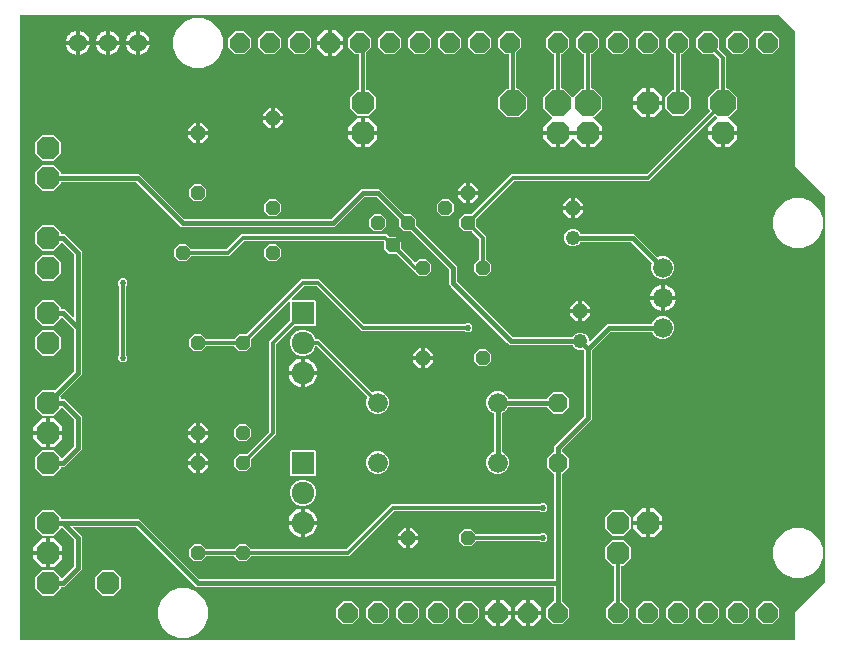
<source format=gbr>
G04 EAGLE Gerber RS-274X export*
G75*
%MOMM*%
%FSLAX34Y34*%
%LPD*%
%INTop Copper*%
%IPPOS*%
%AMOC8*
5,1,8,0,0,1.08239X$1,22.5*%
G01*
%ADD10P,1.319650X8X22.500000*%
%ADD11P,1.319650X8X112.500000*%
%ADD12P,1.319650X8X292.500000*%
%ADD13P,1.814519X8X22.500000*%
%ADD14P,1.319650X8X202.500000*%
%ADD15C,1.219200*%
%ADD16C,1.676400*%
%ADD17P,2.336880X8X22.500000*%
%ADD18P,1.732040X8X22.500000*%
%ADD19R,1.920000X1.920000*%
%ADD20C,1.920000*%
%ADD21P,2.089446X8X22.500000*%
%ADD22C,1.524000*%
%ADD23C,0.304800*%
%ADD24C,0.406400*%
%ADD25C,0.525000*%

G36*
X-155174Y14736D02*
X-155174Y14736D01*
X-155155Y14734D01*
X-155053Y14756D01*
X-154951Y14772D01*
X-154934Y14782D01*
X-154914Y14786D01*
X-154825Y14839D01*
X-154734Y14888D01*
X-154720Y14902D01*
X-154703Y14912D01*
X-154636Y14991D01*
X-154564Y15066D01*
X-154556Y15084D01*
X-154543Y15099D01*
X-154504Y15195D01*
X-154461Y15289D01*
X-154459Y15309D01*
X-154451Y15327D01*
X-154433Y15494D01*
X-154433Y38942D01*
X-129256Y64119D01*
X-129203Y64193D01*
X-129143Y64262D01*
X-129131Y64293D01*
X-129112Y64319D01*
X-129085Y64406D01*
X-129051Y64491D01*
X-129047Y64532D01*
X-129040Y64554D01*
X-129041Y64586D01*
X-129033Y64657D01*
X-129033Y390003D01*
X-129047Y390093D01*
X-129055Y390184D01*
X-129067Y390213D01*
X-129072Y390245D01*
X-129115Y390326D01*
X-129151Y390410D01*
X-129177Y390442D01*
X-129188Y390463D01*
X-129211Y390485D01*
X-129237Y390518D01*
X-129239Y390520D01*
X-129240Y390521D01*
X-129256Y390541D01*
X-154433Y415718D01*
X-154433Y529703D01*
X-154447Y529793D01*
X-154455Y529884D01*
X-154467Y529913D01*
X-154472Y529945D01*
X-154515Y530026D01*
X-154551Y530110D01*
X-154577Y530142D01*
X-154588Y530163D01*
X-154611Y530185D01*
X-154656Y530241D01*
X-168259Y543844D01*
X-168333Y543897D01*
X-168402Y543957D01*
X-168433Y543969D01*
X-168459Y543988D01*
X-168546Y544015D01*
X-168631Y544049D01*
X-168672Y544053D01*
X-168694Y544060D01*
X-168726Y544059D01*
X-168797Y544067D01*
X-810006Y544067D01*
X-810026Y544064D01*
X-810045Y544066D01*
X-810147Y544044D01*
X-810249Y544028D01*
X-810266Y544018D01*
X-810286Y544014D01*
X-810375Y543961D01*
X-810466Y543912D01*
X-810480Y543898D01*
X-810497Y543888D01*
X-810564Y543809D01*
X-810636Y543734D01*
X-810644Y543716D01*
X-810657Y543701D01*
X-810696Y543605D01*
X-810739Y543511D01*
X-810741Y543491D01*
X-810749Y543473D01*
X-810767Y543306D01*
X-810767Y15494D01*
X-810764Y15474D01*
X-810766Y15455D01*
X-810744Y15353D01*
X-810728Y15251D01*
X-810718Y15234D01*
X-810714Y15214D01*
X-810661Y15125D01*
X-810612Y15034D01*
X-810598Y15020D01*
X-810588Y15003D01*
X-810509Y14936D01*
X-810434Y14864D01*
X-810416Y14856D01*
X-810401Y14843D01*
X-810305Y14804D01*
X-810211Y14761D01*
X-810191Y14759D01*
X-810173Y14751D01*
X-810006Y14733D01*
X-155194Y14733D01*
X-155174Y14736D01*
G37*
%LPC*%
G36*
X-359598Y28447D02*
X-359598Y28447D01*
X-365253Y34102D01*
X-365253Y42098D01*
X-359590Y47761D01*
X-359523Y47776D01*
X-359421Y47792D01*
X-359404Y47802D01*
X-359384Y47806D01*
X-359295Y47859D01*
X-359204Y47908D01*
X-359190Y47922D01*
X-359173Y47932D01*
X-359106Y48011D01*
X-359034Y48086D01*
X-359026Y48104D01*
X-359013Y48119D01*
X-358974Y48215D01*
X-358931Y48309D01*
X-358929Y48329D01*
X-358921Y48347D01*
X-358903Y48514D01*
X-358903Y59436D01*
X-358906Y59456D01*
X-358904Y59475D01*
X-358926Y59577D01*
X-358942Y59679D01*
X-358952Y59696D01*
X-358956Y59716D01*
X-359009Y59805D01*
X-359058Y59896D01*
X-359072Y59910D01*
X-359082Y59927D01*
X-359161Y59994D01*
X-359236Y60066D01*
X-359254Y60074D01*
X-359269Y60087D01*
X-359365Y60126D01*
X-359459Y60169D01*
X-359479Y60171D01*
X-359497Y60179D01*
X-359664Y60197D01*
X-661768Y60197D01*
X-712345Y110774D01*
X-712419Y110827D01*
X-712488Y110887D01*
X-712519Y110899D01*
X-712545Y110918D01*
X-712632Y110945D01*
X-712717Y110979D01*
X-712758Y110983D01*
X-712780Y110990D01*
X-712812Y110989D01*
X-712883Y110997D01*
X-764889Y110997D01*
X-764959Y110986D01*
X-765031Y110984D01*
X-765080Y110966D01*
X-765131Y110958D01*
X-765195Y110924D01*
X-765262Y110899D01*
X-765303Y110867D01*
X-765349Y110842D01*
X-765398Y110790D01*
X-765454Y110746D01*
X-765482Y110702D01*
X-765518Y110664D01*
X-765548Y110599D01*
X-765587Y110539D01*
X-765600Y110488D01*
X-765622Y110441D01*
X-765630Y110370D01*
X-765647Y110300D01*
X-765643Y110248D01*
X-765649Y110197D01*
X-765634Y110126D01*
X-765628Y110055D01*
X-765608Y110007D01*
X-765597Y109956D01*
X-765560Y109895D01*
X-765532Y109829D01*
X-765487Y109773D01*
X-765470Y109745D01*
X-765453Y109730D01*
X-765427Y109698D01*
X-760855Y105126D01*
X-758697Y102968D01*
X-758697Y74832D01*
X-773332Y60197D01*
X-775716Y60197D01*
X-775736Y60194D01*
X-775755Y60196D01*
X-775857Y60174D01*
X-775959Y60158D01*
X-775976Y60148D01*
X-775996Y60144D01*
X-776085Y60091D01*
X-776176Y60042D01*
X-776190Y60028D01*
X-776207Y60018D01*
X-776274Y59939D01*
X-776346Y59864D01*
X-776354Y59846D01*
X-776367Y59831D01*
X-776406Y59735D01*
X-776449Y59641D01*
X-776451Y59621D01*
X-776459Y59603D01*
X-776477Y59436D01*
X-776477Y58976D01*
X-782876Y52577D01*
X-791924Y52577D01*
X-798323Y58976D01*
X-798323Y68024D01*
X-791924Y74423D01*
X-782876Y74423D01*
X-776433Y67980D01*
X-776404Y67925D01*
X-776379Y67858D01*
X-776347Y67817D01*
X-776322Y67771D01*
X-776270Y67722D01*
X-776226Y67666D01*
X-776182Y67638D01*
X-776144Y67602D01*
X-776079Y67572D01*
X-776019Y67533D01*
X-775968Y67520D01*
X-775921Y67498D01*
X-775850Y67490D01*
X-775780Y67473D01*
X-775728Y67477D01*
X-775677Y67471D01*
X-775606Y67486D01*
X-775535Y67492D01*
X-775487Y67512D01*
X-775436Y67523D01*
X-775375Y67560D01*
X-775309Y67588D01*
X-775253Y67633D01*
X-775225Y67650D01*
X-775210Y67667D01*
X-775178Y67693D01*
X-765526Y77345D01*
X-765473Y77419D01*
X-765413Y77488D01*
X-765401Y77519D01*
X-765382Y77545D01*
X-765355Y77632D01*
X-765321Y77717D01*
X-765317Y77758D01*
X-765310Y77780D01*
X-765311Y77812D01*
X-765303Y77883D01*
X-765303Y99917D01*
X-765317Y100007D01*
X-765325Y100098D01*
X-765337Y100127D01*
X-765342Y100159D01*
X-765385Y100240D01*
X-765421Y100324D01*
X-765447Y100356D01*
X-765458Y100377D01*
X-765481Y100399D01*
X-765526Y100455D01*
X-775178Y110107D01*
X-775236Y110149D01*
X-775288Y110198D01*
X-775335Y110220D01*
X-775377Y110251D01*
X-775446Y110272D01*
X-775511Y110302D01*
X-775563Y110308D01*
X-775613Y110323D01*
X-775684Y110321D01*
X-775755Y110329D01*
X-775806Y110318D01*
X-775858Y110317D01*
X-775926Y110292D01*
X-775996Y110277D01*
X-776041Y110250D01*
X-776089Y110232D01*
X-776145Y110187D01*
X-776207Y110150D01*
X-776241Y110111D01*
X-776281Y110078D01*
X-776320Y110018D01*
X-776367Y109964D01*
X-776386Y109915D01*
X-776414Y109871D01*
X-776426Y109827D01*
X-782876Y103377D01*
X-791924Y103377D01*
X-798323Y109776D01*
X-798323Y118824D01*
X-791924Y125223D01*
X-782876Y125223D01*
X-776477Y118824D01*
X-776477Y118364D01*
X-776474Y118344D01*
X-776476Y118325D01*
X-776454Y118223D01*
X-776438Y118121D01*
X-776428Y118104D01*
X-776424Y118084D01*
X-776371Y117995D01*
X-776322Y117904D01*
X-776308Y117890D01*
X-776298Y117873D01*
X-776219Y117806D01*
X-776144Y117734D01*
X-776126Y117726D01*
X-776111Y117713D01*
X-776015Y117674D01*
X-775921Y117631D01*
X-775901Y117629D01*
X-775883Y117621D01*
X-775716Y117603D01*
X-709832Y117603D01*
X-659255Y67026D01*
X-659181Y66973D01*
X-659112Y66913D01*
X-659081Y66901D01*
X-659055Y66882D01*
X-658968Y66855D01*
X-658883Y66821D01*
X-658842Y66817D01*
X-658820Y66810D01*
X-658788Y66811D01*
X-658717Y66803D01*
X-359664Y66803D01*
X-359644Y66806D01*
X-359625Y66804D01*
X-359523Y66826D01*
X-359421Y66842D01*
X-359404Y66852D01*
X-359384Y66856D01*
X-359295Y66909D01*
X-359204Y66958D01*
X-359190Y66972D01*
X-359173Y66982D01*
X-359106Y67061D01*
X-359034Y67136D01*
X-359026Y67154D01*
X-359013Y67169D01*
X-358974Y67265D01*
X-358931Y67359D01*
X-358929Y67379D01*
X-358921Y67397D01*
X-358903Y67564D01*
X-358903Y155067D01*
X-358906Y155087D01*
X-358904Y155106D01*
X-358926Y155208D01*
X-358942Y155310D01*
X-358952Y155327D01*
X-358956Y155347D01*
X-359009Y155436D01*
X-359058Y155527D01*
X-359072Y155541D01*
X-359082Y155558D01*
X-359161Y155625D01*
X-359236Y155697D01*
X-359254Y155705D01*
X-359269Y155718D01*
X-359365Y155757D01*
X-359372Y155760D01*
X-364872Y161260D01*
X-364872Y168940D01*
X-359388Y174424D01*
X-359384Y174425D01*
X-359295Y174478D01*
X-359204Y174527D01*
X-359190Y174541D01*
X-359173Y174551D01*
X-359106Y174630D01*
X-359034Y174705D01*
X-359026Y174723D01*
X-359013Y174738D01*
X-358974Y174834D01*
X-358931Y174928D01*
X-358929Y174948D01*
X-358921Y174966D01*
X-358903Y175133D01*
X-358903Y179168D01*
X-333726Y204345D01*
X-333673Y204419D01*
X-333613Y204488D01*
X-333601Y204519D01*
X-333582Y204545D01*
X-333555Y204632D01*
X-333521Y204717D01*
X-333517Y204758D01*
X-333510Y204780D01*
X-333511Y204812D01*
X-333503Y204883D01*
X-333503Y259937D01*
X-333517Y260027D01*
X-333525Y260118D01*
X-333537Y260147D01*
X-333542Y260179D01*
X-333585Y260260D01*
X-333621Y260344D01*
X-333647Y260376D01*
X-333658Y260397D01*
X-333681Y260419D01*
X-333726Y260475D01*
X-333855Y260604D01*
X-333950Y260672D01*
X-334043Y260742D01*
X-334049Y260744D01*
X-334054Y260748D01*
X-334167Y260782D01*
X-334277Y260818D01*
X-334284Y260818D01*
X-334290Y260820D01*
X-334406Y260817D01*
X-334523Y260816D01*
X-334531Y260814D01*
X-334535Y260814D01*
X-334553Y260807D01*
X-334684Y260769D01*
X-335085Y260603D01*
X-338015Y260603D01*
X-340723Y261725D01*
X-342795Y263797D01*
X-342961Y264197D01*
X-343022Y264296D01*
X-343083Y264397D01*
X-343087Y264401D01*
X-343091Y264406D01*
X-343180Y264480D01*
X-343269Y264557D01*
X-343275Y264559D01*
X-343280Y264563D01*
X-343388Y264605D01*
X-343498Y264649D01*
X-343505Y264650D01*
X-343510Y264651D01*
X-343528Y264652D01*
X-343664Y264667D01*
X-396338Y264667D01*
X-398496Y266825D01*
X-445645Y313974D01*
X-447803Y316132D01*
X-447803Y328517D01*
X-447817Y328607D01*
X-447825Y328698D01*
X-447837Y328727D01*
X-447842Y328759D01*
X-447885Y328840D01*
X-447921Y328924D01*
X-447947Y328956D01*
X-447958Y328977D01*
X-447981Y328999D01*
X-448026Y329055D01*
X-479681Y360710D01*
X-479755Y360763D01*
X-479824Y360823D01*
X-479855Y360835D01*
X-479881Y360854D01*
X-479968Y360881D01*
X-480053Y360915D01*
X-480094Y360919D01*
X-480116Y360926D01*
X-480148Y360925D01*
X-480219Y360933D01*
X-485651Y360933D01*
X-489967Y365249D01*
X-489967Y370681D01*
X-489981Y370771D01*
X-489989Y370862D01*
X-490001Y370891D01*
X-490006Y370923D01*
X-490049Y371004D01*
X-490085Y371088D01*
X-490111Y371120D01*
X-490122Y371141D01*
X-490145Y371163D01*
X-490190Y371219D01*
X-509145Y390174D01*
X-509219Y390227D01*
X-509288Y390287D01*
X-509319Y390299D01*
X-509345Y390318D01*
X-509432Y390345D01*
X-509517Y390379D01*
X-509558Y390383D01*
X-509580Y390390D01*
X-509612Y390389D01*
X-509683Y390397D01*
X-519017Y390397D01*
X-519107Y390383D01*
X-519198Y390375D01*
X-519227Y390363D01*
X-519259Y390358D01*
X-519340Y390315D01*
X-519424Y390279D01*
X-519456Y390253D01*
X-519477Y390242D01*
X-519499Y390219D01*
X-519555Y390174D01*
X-544732Y364997D01*
X-674468Y364997D01*
X-712345Y402874D01*
X-712419Y402927D01*
X-712488Y402987D01*
X-712519Y402999D01*
X-712545Y403018D01*
X-712632Y403045D01*
X-712717Y403079D01*
X-712758Y403083D01*
X-712780Y403090D01*
X-712812Y403089D01*
X-712883Y403097D01*
X-775716Y403097D01*
X-775736Y403094D01*
X-775755Y403096D01*
X-775857Y403074D01*
X-775959Y403058D01*
X-775976Y403048D01*
X-775996Y403044D01*
X-776085Y402991D01*
X-776176Y402942D01*
X-776190Y402928D01*
X-776207Y402918D01*
X-776274Y402839D01*
X-776346Y402764D01*
X-776354Y402746D01*
X-776367Y402731D01*
X-776406Y402635D01*
X-776449Y402541D01*
X-776451Y402521D01*
X-776459Y402503D01*
X-776477Y402336D01*
X-776477Y401876D01*
X-782876Y395477D01*
X-791924Y395477D01*
X-798323Y401876D01*
X-798323Y410924D01*
X-791924Y417323D01*
X-782876Y417323D01*
X-776477Y410924D01*
X-776477Y410464D01*
X-776474Y410444D01*
X-776476Y410425D01*
X-776454Y410323D01*
X-776438Y410221D01*
X-776428Y410204D01*
X-776424Y410184D01*
X-776371Y410095D01*
X-776322Y410004D01*
X-776308Y409990D01*
X-776298Y409973D01*
X-776219Y409906D01*
X-776144Y409834D01*
X-776126Y409826D01*
X-776111Y409813D01*
X-776015Y409774D01*
X-775921Y409731D01*
X-775901Y409729D01*
X-775883Y409721D01*
X-775716Y409703D01*
X-709832Y409703D01*
X-671955Y371826D01*
X-671881Y371773D01*
X-671812Y371713D01*
X-671781Y371701D01*
X-671755Y371682D01*
X-671668Y371655D01*
X-671583Y371621D01*
X-671542Y371617D01*
X-671520Y371610D01*
X-671488Y371611D01*
X-671417Y371603D01*
X-547783Y371603D01*
X-547693Y371617D01*
X-547602Y371625D01*
X-547573Y371637D01*
X-547541Y371642D01*
X-547460Y371685D01*
X-547376Y371721D01*
X-547344Y371747D01*
X-547323Y371758D01*
X-547301Y371781D01*
X-547245Y371826D01*
X-522068Y397003D01*
X-506632Y397003D01*
X-485519Y375890D01*
X-485445Y375837D01*
X-485376Y375777D01*
X-485345Y375765D01*
X-485319Y375746D01*
X-485232Y375719D01*
X-485147Y375685D01*
X-485106Y375681D01*
X-485084Y375674D01*
X-485052Y375675D01*
X-484981Y375667D01*
X-479549Y375667D01*
X-475233Y371351D01*
X-475233Y365919D01*
X-475219Y365829D01*
X-475211Y365738D01*
X-475199Y365709D01*
X-475194Y365677D01*
X-475151Y365596D01*
X-475115Y365512D01*
X-475089Y365480D01*
X-475078Y365459D01*
X-475055Y365437D01*
X-475010Y365381D01*
X-441197Y331568D01*
X-441197Y319183D01*
X-441183Y319093D01*
X-441175Y319002D01*
X-441163Y318973D01*
X-441158Y318941D01*
X-441115Y318860D01*
X-441079Y318776D01*
X-441053Y318744D01*
X-441042Y318723D01*
X-441019Y318701D01*
X-440974Y318645D01*
X-393825Y271496D01*
X-393751Y271443D01*
X-393682Y271383D01*
X-393651Y271371D01*
X-393625Y271352D01*
X-393538Y271325D01*
X-393453Y271291D01*
X-393412Y271287D01*
X-393390Y271280D01*
X-393358Y271281D01*
X-393287Y271273D01*
X-343664Y271273D01*
X-343550Y271291D01*
X-343433Y271309D01*
X-343428Y271311D01*
X-343422Y271312D01*
X-343319Y271367D01*
X-343214Y271420D01*
X-343210Y271425D01*
X-343204Y271428D01*
X-343124Y271512D01*
X-343042Y271596D01*
X-343038Y271602D01*
X-343035Y271606D01*
X-343027Y271623D01*
X-342961Y271743D01*
X-342795Y272143D01*
X-340723Y274215D01*
X-338015Y275337D01*
X-335085Y275337D01*
X-332377Y274215D01*
X-330305Y272143D01*
X-329183Y269435D01*
X-329183Y269145D01*
X-329172Y269075D01*
X-329170Y269003D01*
X-329152Y268954D01*
X-329144Y268903D01*
X-329110Y268839D01*
X-329085Y268772D01*
X-329053Y268731D01*
X-329028Y268685D01*
X-328976Y268636D01*
X-328932Y268580D01*
X-328888Y268552D01*
X-328850Y268516D01*
X-328785Y268486D01*
X-328725Y268447D01*
X-328674Y268434D01*
X-328627Y268412D01*
X-328556Y268404D01*
X-328486Y268387D01*
X-328434Y268391D01*
X-328383Y268385D01*
X-328312Y268400D01*
X-328241Y268406D01*
X-328193Y268426D01*
X-328142Y268437D01*
X-328081Y268474D01*
X-328015Y268502D01*
X-327959Y268547D01*
X-327931Y268564D01*
X-327916Y268581D01*
X-327884Y268607D01*
X-315946Y280545D01*
X-313788Y282703D01*
X-276289Y282703D01*
X-276174Y282722D01*
X-276058Y282739D01*
X-276052Y282741D01*
X-276046Y282742D01*
X-275943Y282797D01*
X-275838Y282850D01*
X-275834Y282855D01*
X-275829Y282858D01*
X-275749Y282942D01*
X-275666Y283026D01*
X-275663Y283032D01*
X-275659Y283036D01*
X-275651Y283053D01*
X-275585Y283173D01*
X-274883Y284868D01*
X-272168Y287583D01*
X-268620Y289053D01*
X-264780Y289053D01*
X-261232Y287583D01*
X-258517Y284868D01*
X-257047Y281320D01*
X-257047Y277480D01*
X-258517Y273932D01*
X-261232Y271217D01*
X-264780Y269747D01*
X-268620Y269747D01*
X-272168Y271217D01*
X-274883Y273932D01*
X-275585Y275627D01*
X-275647Y275727D01*
X-275707Y275827D01*
X-275712Y275831D01*
X-275715Y275836D01*
X-275805Y275911D01*
X-275894Y275987D01*
X-275900Y275989D01*
X-275904Y275993D01*
X-276013Y276035D01*
X-276122Y276079D01*
X-276129Y276080D01*
X-276134Y276081D01*
X-276152Y276082D01*
X-276289Y276097D01*
X-310737Y276097D01*
X-310827Y276083D01*
X-310918Y276075D01*
X-310947Y276063D01*
X-310979Y276058D01*
X-311060Y276015D01*
X-311144Y275979D01*
X-311176Y275953D01*
X-311197Y275942D01*
X-311219Y275919D01*
X-311275Y275874D01*
X-326674Y260475D01*
X-326727Y260401D01*
X-326787Y260332D01*
X-326799Y260301D01*
X-326818Y260275D01*
X-326845Y260188D01*
X-326879Y260103D01*
X-326883Y260062D01*
X-326890Y260040D01*
X-326889Y260008D01*
X-326897Y259937D01*
X-326897Y201832D01*
X-352074Y176655D01*
X-352116Y176597D01*
X-352164Y176546D01*
X-352173Y176528D01*
X-352187Y176512D01*
X-352199Y176481D01*
X-352218Y176455D01*
X-352240Y176383D01*
X-352268Y176323D01*
X-352270Y176305D01*
X-352279Y176283D01*
X-352283Y176242D01*
X-352290Y176220D01*
X-352289Y176188D01*
X-352297Y176117D01*
X-352297Y175133D01*
X-352294Y175113D01*
X-352296Y175094D01*
X-352274Y174992D01*
X-352258Y174890D01*
X-352248Y174873D01*
X-352244Y174853D01*
X-352191Y174764D01*
X-352142Y174673D01*
X-352128Y174659D01*
X-352118Y174642D01*
X-352039Y174575D01*
X-351964Y174503D01*
X-351946Y174495D01*
X-351931Y174482D01*
X-351835Y174443D01*
X-351828Y174440D01*
X-346328Y168940D01*
X-346328Y161260D01*
X-351812Y155776D01*
X-351816Y155775D01*
X-351905Y155722D01*
X-351996Y155673D01*
X-352010Y155659D01*
X-352027Y155649D01*
X-352094Y155570D01*
X-352166Y155495D01*
X-352174Y155477D01*
X-352187Y155462D01*
X-352226Y155366D01*
X-352269Y155272D01*
X-352271Y155252D01*
X-352279Y155234D01*
X-352297Y155067D01*
X-352297Y48514D01*
X-352294Y48494D01*
X-352296Y48475D01*
X-352274Y48373D01*
X-352258Y48271D01*
X-352248Y48254D01*
X-352244Y48234D01*
X-352191Y48145D01*
X-352142Y48054D01*
X-352128Y48040D01*
X-352118Y48023D01*
X-352039Y47956D01*
X-351964Y47884D01*
X-351946Y47876D01*
X-351931Y47863D01*
X-351835Y47824D01*
X-351741Y47781D01*
X-351721Y47779D01*
X-351703Y47771D01*
X-351610Y47761D01*
X-345947Y42098D01*
X-345947Y34102D01*
X-351602Y28447D01*
X-359598Y28447D01*
G37*
%LPD*%
%LPC*%
G36*
X-625351Y157733D02*
X-625351Y157733D01*
X-629667Y162049D01*
X-629667Y168151D01*
X-625351Y172467D01*
X-619201Y172467D01*
X-619111Y172481D01*
X-619020Y172489D01*
X-618990Y172501D01*
X-618958Y172506D01*
X-618878Y172549D01*
X-618794Y172585D01*
X-618762Y172611D01*
X-618741Y172622D01*
X-618719Y172645D01*
X-618663Y172690D01*
X-599918Y191435D01*
X-599865Y191509D01*
X-599805Y191578D01*
X-599793Y191608D01*
X-599774Y191634D01*
X-599747Y191721D01*
X-599713Y191806D01*
X-599709Y191847D01*
X-599702Y191869D01*
X-599703Y191902D01*
X-599695Y191973D01*
X-599695Y267858D01*
X-582594Y284959D01*
X-582541Y285033D01*
X-582481Y285102D01*
X-582469Y285132D01*
X-582450Y285158D01*
X-582423Y285245D01*
X-582389Y285330D01*
X-582385Y285371D01*
X-582378Y285393D01*
X-582379Y285426D01*
X-582371Y285497D01*
X-582371Y300839D01*
X-582382Y300910D01*
X-582384Y300982D01*
X-582402Y301031D01*
X-582410Y301082D01*
X-582444Y301145D01*
X-582469Y301213D01*
X-582501Y301253D01*
X-582526Y301299D01*
X-582577Y301349D01*
X-582622Y301405D01*
X-582666Y301433D01*
X-582704Y301469D01*
X-582769Y301499D01*
X-582829Y301538D01*
X-582880Y301550D01*
X-582927Y301572D01*
X-582998Y301580D01*
X-583068Y301598D01*
X-583120Y301594D01*
X-583171Y301599D01*
X-583242Y301584D01*
X-583313Y301579D01*
X-583361Y301558D01*
X-583412Y301547D01*
X-583473Y301510D01*
X-583539Y301482D01*
X-583595Y301437D01*
X-583623Y301421D01*
X-583638Y301403D01*
X-583670Y301377D01*
X-614710Y270337D01*
X-614763Y270263D01*
X-614823Y270194D01*
X-614835Y270164D01*
X-614854Y270138D01*
X-614881Y270051D01*
X-614915Y269966D01*
X-614919Y269925D01*
X-614926Y269903D01*
X-614925Y269870D01*
X-614933Y269799D01*
X-614933Y263649D01*
X-619249Y259333D01*
X-625351Y259333D01*
X-629700Y263682D01*
X-629774Y263735D01*
X-629844Y263795D01*
X-629874Y263807D01*
X-629900Y263826D01*
X-629987Y263853D01*
X-630072Y263887D01*
X-630113Y263891D01*
X-630135Y263898D01*
X-630167Y263897D01*
X-630239Y263905D01*
X-652461Y263905D01*
X-652551Y263891D01*
X-652642Y263883D01*
X-652672Y263871D01*
X-652704Y263866D01*
X-652785Y263823D01*
X-652869Y263787D01*
X-652901Y263761D01*
X-652921Y263750D01*
X-652944Y263727D01*
X-653000Y263682D01*
X-657349Y259333D01*
X-663451Y259333D01*
X-667767Y263649D01*
X-667767Y269751D01*
X-663451Y274067D01*
X-657349Y274067D01*
X-653000Y269718D01*
X-652926Y269665D01*
X-652856Y269605D01*
X-652826Y269593D01*
X-652800Y269574D01*
X-652713Y269547D01*
X-652628Y269513D01*
X-652587Y269509D01*
X-652565Y269502D01*
X-652533Y269503D01*
X-652461Y269495D01*
X-630239Y269495D01*
X-630149Y269509D01*
X-630058Y269517D01*
X-630028Y269529D01*
X-629996Y269534D01*
X-629915Y269577D01*
X-629831Y269613D01*
X-629799Y269639D01*
X-629779Y269650D01*
X-629756Y269673D01*
X-629700Y269718D01*
X-625351Y274067D01*
X-619201Y274067D01*
X-619111Y274081D01*
X-619020Y274089D01*
X-618990Y274101D01*
X-618958Y274106D01*
X-618877Y274149D01*
X-618794Y274185D01*
X-618761Y274211D01*
X-618741Y274222D01*
X-618719Y274245D01*
X-618663Y274290D01*
X-572658Y320295D01*
X-557642Y320295D01*
X-519765Y282418D01*
X-519691Y282365D01*
X-519622Y282305D01*
X-519592Y282293D01*
X-519566Y282274D01*
X-519479Y282247D01*
X-519394Y282213D01*
X-519353Y282209D01*
X-519331Y282202D01*
X-519298Y282203D01*
X-519227Y282195D01*
X-434830Y282195D01*
X-434740Y282209D01*
X-434649Y282217D01*
X-434619Y282229D01*
X-434587Y282234D01*
X-434507Y282277D01*
X-434423Y282313D01*
X-434391Y282339D01*
X-434370Y282350D01*
X-434348Y282373D01*
X-434292Y282418D01*
X-433414Y283296D01*
X-430186Y283296D01*
X-427904Y281014D01*
X-427904Y277786D01*
X-430186Y275504D01*
X-433414Y275504D01*
X-434292Y276382D01*
X-434366Y276435D01*
X-434435Y276495D01*
X-434465Y276507D01*
X-434491Y276526D01*
X-434578Y276553D01*
X-434663Y276587D01*
X-434704Y276591D01*
X-434727Y276598D01*
X-434759Y276597D01*
X-434830Y276605D01*
X-521858Y276605D01*
X-559735Y314482D01*
X-559809Y314535D01*
X-559878Y314595D01*
X-559908Y314607D01*
X-559934Y314626D01*
X-560021Y314653D01*
X-560106Y314687D01*
X-560147Y314691D01*
X-560169Y314698D01*
X-560202Y314697D01*
X-560273Y314705D01*
X-570027Y314705D01*
X-570117Y314691D01*
X-570208Y314683D01*
X-570238Y314671D01*
X-570270Y314666D01*
X-570350Y314623D01*
X-570434Y314587D01*
X-570466Y314561D01*
X-570487Y314550D01*
X-570509Y314527D01*
X-570565Y314482D01*
X-580777Y304270D01*
X-580819Y304212D01*
X-580869Y304160D01*
X-580891Y304113D01*
X-580921Y304071D01*
X-580942Y304002D01*
X-580972Y303937D01*
X-580978Y303885D01*
X-580993Y303835D01*
X-580991Y303764D01*
X-580999Y303693D01*
X-580988Y303642D01*
X-580987Y303590D01*
X-580962Y303522D01*
X-580947Y303452D01*
X-580920Y303407D01*
X-580902Y303359D01*
X-580858Y303303D01*
X-580821Y303241D01*
X-580781Y303207D01*
X-580749Y303167D01*
X-580688Y303128D01*
X-580634Y303081D01*
X-580586Y303062D01*
X-580542Y303034D01*
X-580472Y303016D01*
X-580406Y302989D01*
X-580334Y302981D01*
X-580303Y302973D01*
X-580280Y302975D01*
X-580239Y302971D01*
X-561374Y302971D01*
X-560629Y302226D01*
X-560629Y281974D01*
X-561374Y281229D01*
X-578103Y281229D01*
X-578193Y281215D01*
X-578284Y281207D01*
X-578314Y281195D01*
X-578346Y281190D01*
X-578426Y281147D01*
X-578510Y281111D01*
X-578542Y281085D01*
X-578563Y281074D01*
X-578585Y281051D01*
X-578641Y281006D01*
X-593882Y265765D01*
X-593935Y265691D01*
X-593995Y265622D01*
X-594007Y265592D01*
X-594026Y265566D01*
X-594053Y265479D01*
X-594087Y265394D01*
X-594091Y265353D01*
X-594098Y265331D01*
X-594097Y265298D01*
X-594105Y265227D01*
X-594105Y189342D01*
X-614710Y168737D01*
X-614763Y168663D01*
X-614823Y168594D01*
X-614835Y168564D01*
X-614854Y168538D01*
X-614881Y168451D01*
X-614915Y168366D01*
X-614919Y168325D01*
X-614926Y168303D01*
X-614925Y168270D01*
X-614933Y168199D01*
X-614933Y162049D01*
X-619249Y157733D01*
X-625351Y157733D01*
G37*
%LPD*%
%LPC*%
G36*
X-791924Y154177D02*
X-791924Y154177D01*
X-798323Y160576D01*
X-798323Y169624D01*
X-791924Y176023D01*
X-782876Y176023D01*
X-776433Y169580D01*
X-776404Y169525D01*
X-776379Y169458D01*
X-776347Y169417D01*
X-776322Y169371D01*
X-776270Y169322D01*
X-776226Y169266D01*
X-776182Y169238D01*
X-776144Y169202D01*
X-776079Y169172D01*
X-776019Y169133D01*
X-775968Y169120D01*
X-775921Y169098D01*
X-775850Y169090D01*
X-775780Y169073D01*
X-775728Y169077D01*
X-775677Y169071D01*
X-775606Y169086D01*
X-775535Y169092D01*
X-775487Y169112D01*
X-775436Y169123D01*
X-775375Y169160D01*
X-775309Y169188D01*
X-775253Y169233D01*
X-775225Y169250D01*
X-775210Y169267D01*
X-775178Y169293D01*
X-765526Y178945D01*
X-765473Y179019D01*
X-765413Y179088D01*
X-765401Y179119D01*
X-765382Y179145D01*
X-765355Y179232D01*
X-765321Y179317D01*
X-765317Y179358D01*
X-765310Y179380D01*
X-765311Y179412D01*
X-765303Y179483D01*
X-765303Y201517D01*
X-765317Y201607D01*
X-765325Y201698D01*
X-765337Y201727D01*
X-765342Y201759D01*
X-765385Y201840D01*
X-765421Y201924D01*
X-765447Y201956D01*
X-765458Y201977D01*
X-765481Y201999D01*
X-765526Y202055D01*
X-775178Y211707D01*
X-775236Y211749D01*
X-775288Y211798D01*
X-775335Y211820D01*
X-775377Y211851D01*
X-775446Y211872D01*
X-775511Y211902D01*
X-775563Y211908D01*
X-775613Y211923D01*
X-775684Y211921D01*
X-775755Y211929D01*
X-775806Y211918D01*
X-775858Y211917D01*
X-775926Y211892D01*
X-775996Y211877D01*
X-776041Y211850D01*
X-776089Y211832D01*
X-776145Y211787D01*
X-776207Y211750D01*
X-776241Y211711D01*
X-776281Y211678D01*
X-776320Y211618D01*
X-776367Y211564D01*
X-776386Y211515D01*
X-776414Y211471D01*
X-776426Y211427D01*
X-782876Y204977D01*
X-791924Y204977D01*
X-798323Y211376D01*
X-798323Y220424D01*
X-791924Y226823D01*
X-782876Y226823D01*
X-782550Y226497D01*
X-782534Y226486D01*
X-782521Y226470D01*
X-782434Y226414D01*
X-782350Y226354D01*
X-782331Y226348D01*
X-782315Y226337D01*
X-782214Y226312D01*
X-782115Y226281D01*
X-782095Y226282D01*
X-782076Y226277D01*
X-781973Y226285D01*
X-781869Y226288D01*
X-781851Y226295D01*
X-781831Y226296D01*
X-781736Y226336D01*
X-781638Y226372D01*
X-781623Y226385D01*
X-781605Y226392D01*
X-781474Y226497D01*
X-765526Y242445D01*
X-765473Y242519D01*
X-765413Y242588D01*
X-765401Y242619D01*
X-765382Y242645D01*
X-765355Y242732D01*
X-765321Y242817D01*
X-765317Y242858D01*
X-765310Y242880D01*
X-765311Y242912D01*
X-765303Y242983D01*
X-765303Y277717D01*
X-765317Y277807D01*
X-765325Y277898D01*
X-765337Y277927D01*
X-765342Y277959D01*
X-765385Y278040D01*
X-765421Y278124D01*
X-765447Y278156D01*
X-765458Y278177D01*
X-765481Y278199D01*
X-765526Y278255D01*
X-775178Y287907D01*
X-775236Y287949D01*
X-775288Y287998D01*
X-775335Y288020D01*
X-775377Y288051D01*
X-775446Y288072D01*
X-775511Y288102D01*
X-775563Y288108D01*
X-775613Y288123D01*
X-775684Y288121D01*
X-775755Y288129D01*
X-775806Y288118D01*
X-775858Y288117D01*
X-775926Y288092D01*
X-775996Y288077D01*
X-776041Y288050D01*
X-776089Y288032D01*
X-776145Y287987D01*
X-776207Y287950D01*
X-776241Y287911D01*
X-776281Y287878D01*
X-776320Y287818D01*
X-776367Y287764D01*
X-776386Y287715D01*
X-776414Y287671D01*
X-776426Y287627D01*
X-782876Y281177D01*
X-791924Y281177D01*
X-798323Y287576D01*
X-798323Y296624D01*
X-791924Y303023D01*
X-782876Y303023D01*
X-776477Y296624D01*
X-776477Y296164D01*
X-776474Y296144D01*
X-776476Y296125D01*
X-776454Y296023D01*
X-776438Y295921D01*
X-776428Y295904D01*
X-776424Y295884D01*
X-776371Y295795D01*
X-776322Y295704D01*
X-776308Y295690D01*
X-776298Y295673D01*
X-776219Y295606D01*
X-776144Y295534D01*
X-776126Y295526D01*
X-776111Y295513D01*
X-776015Y295474D01*
X-775921Y295431D01*
X-775901Y295429D01*
X-775883Y295421D01*
X-775716Y295403D01*
X-773332Y295403D01*
X-771174Y293245D01*
X-766602Y288673D01*
X-766544Y288631D01*
X-766492Y288582D01*
X-766445Y288560D01*
X-766403Y288529D01*
X-766334Y288508D01*
X-766269Y288478D01*
X-766217Y288472D01*
X-766167Y288457D01*
X-766096Y288459D01*
X-766025Y288451D01*
X-765974Y288462D01*
X-765922Y288463D01*
X-765854Y288488D01*
X-765784Y288503D01*
X-765739Y288530D01*
X-765691Y288548D01*
X-765635Y288593D01*
X-765573Y288630D01*
X-765539Y288669D01*
X-765499Y288702D01*
X-765460Y288762D01*
X-765413Y288816D01*
X-765394Y288865D01*
X-765366Y288909D01*
X-765348Y288978D01*
X-765321Y289045D01*
X-765313Y289116D01*
X-765305Y289147D01*
X-765307Y289170D01*
X-765303Y289211D01*
X-765303Y341217D01*
X-765317Y341307D01*
X-765325Y341398D01*
X-765337Y341427D01*
X-765342Y341459D01*
X-765385Y341540D01*
X-765421Y341624D01*
X-765447Y341656D01*
X-765458Y341677D01*
X-765481Y341699D01*
X-765526Y341755D01*
X-775178Y351407D01*
X-775236Y351449D01*
X-775288Y351498D01*
X-775335Y351520D01*
X-775377Y351551D01*
X-775446Y351572D01*
X-775511Y351602D01*
X-775563Y351608D01*
X-775613Y351623D01*
X-775684Y351621D01*
X-775755Y351629D01*
X-775806Y351618D01*
X-775858Y351617D01*
X-775926Y351592D01*
X-775996Y351577D01*
X-776041Y351550D01*
X-776089Y351532D01*
X-776145Y351487D01*
X-776207Y351450D01*
X-776241Y351411D01*
X-776281Y351378D01*
X-776320Y351318D01*
X-776367Y351264D01*
X-776386Y351215D01*
X-776414Y351171D01*
X-776426Y351127D01*
X-782876Y344677D01*
X-791924Y344677D01*
X-798323Y351076D01*
X-798323Y360124D01*
X-791924Y366523D01*
X-782876Y366523D01*
X-776477Y360124D01*
X-776477Y359664D01*
X-776474Y359644D01*
X-776476Y359625D01*
X-776454Y359523D01*
X-776438Y359421D01*
X-776428Y359404D01*
X-776424Y359384D01*
X-776371Y359295D01*
X-776322Y359204D01*
X-776308Y359190D01*
X-776298Y359173D01*
X-776219Y359106D01*
X-776144Y359034D01*
X-776126Y359026D01*
X-776111Y359013D01*
X-776015Y358974D01*
X-775921Y358931D01*
X-775901Y358929D01*
X-775883Y358921D01*
X-775716Y358903D01*
X-773332Y358903D01*
X-758697Y344268D01*
X-758697Y239932D01*
X-760855Y237774D01*
X-776803Y221826D01*
X-776814Y221810D01*
X-776830Y221798D01*
X-776886Y221710D01*
X-776946Y221627D01*
X-776952Y221608D01*
X-776963Y221591D01*
X-776988Y221490D01*
X-777019Y221392D01*
X-777018Y221372D01*
X-777023Y221352D01*
X-777015Y221249D01*
X-777012Y221146D01*
X-777005Y221127D01*
X-777004Y221107D01*
X-776964Y221012D01*
X-776928Y220915D01*
X-776915Y220899D01*
X-776908Y220881D01*
X-776803Y220750D01*
X-776477Y220424D01*
X-776477Y219964D01*
X-776474Y219944D01*
X-776476Y219925D01*
X-776454Y219823D01*
X-776438Y219721D01*
X-776428Y219704D01*
X-776424Y219684D01*
X-776371Y219595D01*
X-776322Y219504D01*
X-776308Y219490D01*
X-776298Y219473D01*
X-776219Y219406D01*
X-776144Y219334D01*
X-776126Y219326D01*
X-776111Y219313D01*
X-776015Y219274D01*
X-775921Y219231D01*
X-775901Y219229D01*
X-775883Y219221D01*
X-775716Y219203D01*
X-773332Y219203D01*
X-758697Y204568D01*
X-758697Y176432D01*
X-773332Y161797D01*
X-775716Y161797D01*
X-775736Y161794D01*
X-775755Y161796D01*
X-775857Y161774D01*
X-775959Y161758D01*
X-775976Y161748D01*
X-775996Y161744D01*
X-776085Y161691D01*
X-776176Y161642D01*
X-776190Y161628D01*
X-776207Y161618D01*
X-776274Y161539D01*
X-776346Y161464D01*
X-776354Y161446D01*
X-776367Y161431D01*
X-776406Y161335D01*
X-776449Y161241D01*
X-776451Y161221D01*
X-776459Y161203D01*
X-776477Y161036D01*
X-776477Y160576D01*
X-782876Y154177D01*
X-791924Y154177D01*
G37*
%LPD*%
%LPC*%
G36*
X-422151Y322833D02*
X-422151Y322833D01*
X-426467Y327149D01*
X-426467Y333251D01*
X-422118Y337600D01*
X-422065Y337674D01*
X-422005Y337744D01*
X-421993Y337774D01*
X-421974Y337800D01*
X-421947Y337887D01*
X-421913Y337972D01*
X-421909Y338013D01*
X-421902Y338035D01*
X-421903Y338067D01*
X-421895Y338139D01*
X-421895Y354127D01*
X-421909Y354217D01*
X-421917Y354308D01*
X-421929Y354338D01*
X-421934Y354370D01*
X-421977Y354450D01*
X-422013Y354534D01*
X-422039Y354566D01*
X-422050Y354587D01*
X-422073Y354609D01*
X-422118Y354665D01*
X-428163Y360710D01*
X-428237Y360763D01*
X-428306Y360823D01*
X-428336Y360835D01*
X-428362Y360854D01*
X-428449Y360881D01*
X-428534Y360915D01*
X-428575Y360919D01*
X-428597Y360926D01*
X-428630Y360925D01*
X-428701Y360933D01*
X-434851Y360933D01*
X-439167Y365249D01*
X-439167Y371351D01*
X-434851Y375667D01*
X-428701Y375667D01*
X-428611Y375681D01*
X-428520Y375689D01*
X-428490Y375701D01*
X-428458Y375706D01*
X-428378Y375749D01*
X-428294Y375785D01*
X-428262Y375811D01*
X-428241Y375822D01*
X-428219Y375845D01*
X-428163Y375890D01*
X-394858Y409195D01*
X-280873Y409195D01*
X-280783Y409209D01*
X-280692Y409217D01*
X-280662Y409229D01*
X-280630Y409234D01*
X-280550Y409277D01*
X-280466Y409313D01*
X-280434Y409339D01*
X-280413Y409350D01*
X-280391Y409373D01*
X-280335Y409418D01*
X-226946Y462806D01*
X-226935Y462822D01*
X-226919Y462835D01*
X-226863Y462922D01*
X-226803Y463006D01*
X-226797Y463025D01*
X-226786Y463042D01*
X-226761Y463142D01*
X-226730Y463241D01*
X-226731Y463261D01*
X-226726Y463280D01*
X-226734Y463383D01*
X-226737Y463487D01*
X-226744Y463506D01*
X-226745Y463525D01*
X-226785Y463620D01*
X-226821Y463718D01*
X-226834Y463733D01*
X-226841Y463752D01*
X-226946Y463883D01*
X-227966Y464902D01*
X-227966Y474898D01*
X-220898Y481966D01*
X-219456Y481966D01*
X-219436Y481969D01*
X-219417Y481967D01*
X-219315Y481989D01*
X-219213Y482005D01*
X-219196Y482015D01*
X-219176Y482019D01*
X-219087Y482072D01*
X-218996Y482121D01*
X-218982Y482135D01*
X-218965Y482145D01*
X-218898Y482224D01*
X-218826Y482299D01*
X-218818Y482317D01*
X-218805Y482332D01*
X-218766Y482428D01*
X-218723Y482522D01*
X-218721Y482542D01*
X-218713Y482560D01*
X-218695Y482727D01*
X-218695Y506527D01*
X-218696Y506536D01*
X-218696Y506540D01*
X-218700Y506559D01*
X-218709Y506617D01*
X-218717Y506708D01*
X-218729Y506738D01*
X-218734Y506770D01*
X-218777Y506850D01*
X-218813Y506934D01*
X-218839Y506966D01*
X-218850Y506987D01*
X-218873Y507009D01*
X-218918Y507065D01*
X-223212Y511360D01*
X-223229Y511372D01*
X-223241Y511387D01*
X-223328Y511443D01*
X-223412Y511504D01*
X-223431Y511509D01*
X-223448Y511520D01*
X-223548Y511545D01*
X-223647Y511576D01*
X-223667Y511575D01*
X-223686Y511580D01*
X-223789Y511572D01*
X-223893Y511570D01*
X-223912Y511563D01*
X-223932Y511561D01*
X-224027Y511521D01*
X-224124Y511485D01*
X-224140Y511473D01*
X-224158Y511465D01*
X-224289Y511360D01*
X-224602Y511047D01*
X-232598Y511047D01*
X-238253Y516702D01*
X-238253Y524698D01*
X-232598Y530353D01*
X-224602Y530353D01*
X-218947Y524698D01*
X-218947Y516702D01*
X-219260Y516389D01*
X-219272Y516373D01*
X-219287Y516360D01*
X-219343Y516273D01*
X-219404Y516189D01*
X-219409Y516170D01*
X-219420Y516153D01*
X-219446Y516053D01*
X-219476Y515954D01*
X-219475Y515934D01*
X-219480Y515915D01*
X-219472Y515812D01*
X-219470Y515708D01*
X-219463Y515689D01*
X-219461Y515670D01*
X-219421Y515575D01*
X-219385Y515477D01*
X-219373Y515462D01*
X-219365Y515443D01*
X-219260Y515312D01*
X-214965Y511018D01*
X-213105Y509158D01*
X-213105Y482727D01*
X-213102Y482707D01*
X-213104Y482688D01*
X-213082Y482586D01*
X-213066Y482484D01*
X-213056Y482467D01*
X-213052Y482447D01*
X-212999Y482358D01*
X-212950Y482267D01*
X-212936Y482253D01*
X-212926Y482236D01*
X-212847Y482169D01*
X-212772Y482097D01*
X-212754Y482089D01*
X-212739Y482076D01*
X-212643Y482037D01*
X-212549Y481994D01*
X-212529Y481992D01*
X-212511Y481984D01*
X-212344Y481966D01*
X-210902Y481966D01*
X-203834Y474898D01*
X-203834Y464902D01*
X-210908Y457828D01*
X-210920Y457812D01*
X-210936Y457799D01*
X-210992Y457712D01*
X-211052Y457628D01*
X-211058Y457609D01*
X-211069Y457593D01*
X-211094Y457492D01*
X-211124Y457393D01*
X-211124Y457373D01*
X-211129Y457354D01*
X-211121Y457251D01*
X-211118Y457147D01*
X-211111Y457129D01*
X-211110Y457109D01*
X-211069Y457014D01*
X-211034Y456916D01*
X-211021Y456901D01*
X-211013Y456882D01*
X-210908Y456752D01*
X-203707Y449550D01*
X-203707Y446023D01*
X-215138Y446023D01*
X-215158Y446020D01*
X-215177Y446022D01*
X-215279Y446000D01*
X-215381Y445983D01*
X-215398Y445974D01*
X-215418Y445970D01*
X-215507Y445917D01*
X-215598Y445868D01*
X-215612Y445854D01*
X-215629Y445844D01*
X-215696Y445765D01*
X-215767Y445690D01*
X-215776Y445672D01*
X-215789Y445657D01*
X-215827Y445561D01*
X-215871Y445467D01*
X-215873Y445447D01*
X-215881Y445429D01*
X-215899Y445262D01*
X-215899Y444499D01*
X-215901Y444499D01*
X-215901Y445262D01*
X-215904Y445282D01*
X-215902Y445301D01*
X-215924Y445403D01*
X-215941Y445505D01*
X-215950Y445522D01*
X-215954Y445542D01*
X-216007Y445631D01*
X-216056Y445722D01*
X-216070Y445736D01*
X-216080Y445753D01*
X-216159Y445820D01*
X-216234Y445891D01*
X-216252Y445900D01*
X-216267Y445913D01*
X-216363Y445952D01*
X-216457Y445995D01*
X-216477Y445997D01*
X-216495Y446005D01*
X-216662Y446023D01*
X-228093Y446023D01*
X-228093Y449550D01*
X-220892Y456752D01*
X-220880Y456768D01*
X-220864Y456780D01*
X-220808Y456867D01*
X-220748Y456951D01*
X-220742Y456970D01*
X-220731Y456987D01*
X-220706Y457088D01*
X-220676Y457186D01*
X-220676Y457206D01*
X-220671Y457226D01*
X-220679Y457329D01*
X-220682Y457432D01*
X-220689Y457451D01*
X-220690Y457471D01*
X-220731Y457566D01*
X-220766Y457663D01*
X-220779Y457679D01*
X-220787Y457697D01*
X-220892Y457828D01*
X-221917Y458854D01*
X-221933Y458865D01*
X-221946Y458881D01*
X-222033Y458937D01*
X-222117Y458997D01*
X-222136Y459003D01*
X-222153Y459014D01*
X-222253Y459039D01*
X-222352Y459070D01*
X-222372Y459069D01*
X-222391Y459074D01*
X-222494Y459066D01*
X-222598Y459063D01*
X-222617Y459056D01*
X-222637Y459055D01*
X-222731Y459015D01*
X-222829Y458979D01*
X-222845Y458966D01*
X-222863Y458959D01*
X-222994Y458854D01*
X-276382Y405465D01*
X-278242Y403605D01*
X-392227Y403605D01*
X-392317Y403591D01*
X-392408Y403583D01*
X-392438Y403571D01*
X-392470Y403566D01*
X-392550Y403523D01*
X-392634Y403487D01*
X-392666Y403461D01*
X-392687Y403450D01*
X-392709Y403427D01*
X-392765Y403382D01*
X-424210Y371937D01*
X-424263Y371863D01*
X-424323Y371794D01*
X-424335Y371764D01*
X-424354Y371738D01*
X-424381Y371651D01*
X-424415Y371566D01*
X-424419Y371525D01*
X-424426Y371503D01*
X-424425Y371470D01*
X-424433Y371399D01*
X-424433Y365201D01*
X-424419Y365111D01*
X-424411Y365020D01*
X-424399Y364990D01*
X-424394Y364958D01*
X-424351Y364878D01*
X-424315Y364794D01*
X-424289Y364762D01*
X-424278Y364741D01*
X-424255Y364719D01*
X-424210Y364663D01*
X-416305Y356758D01*
X-416305Y338139D01*
X-416291Y338049D01*
X-416283Y337958D01*
X-416271Y337928D01*
X-416266Y337896D01*
X-416223Y337815D01*
X-416187Y337731D01*
X-416161Y337699D01*
X-416150Y337679D01*
X-416127Y337656D01*
X-416082Y337600D01*
X-411733Y333251D01*
X-411733Y327149D01*
X-416049Y322833D01*
X-422151Y322833D01*
G37*
%LPD*%
%LPC*%
G36*
X-355601Y444499D02*
X-355601Y444499D01*
X-355601Y445262D01*
X-355604Y445282D01*
X-355602Y445301D01*
X-355624Y445403D01*
X-355641Y445505D01*
X-355650Y445522D01*
X-355654Y445542D01*
X-355707Y445631D01*
X-355756Y445722D01*
X-355770Y445736D01*
X-355780Y445753D01*
X-355859Y445820D01*
X-355934Y445891D01*
X-355952Y445900D01*
X-355967Y445913D01*
X-356063Y445952D01*
X-356157Y445995D01*
X-356177Y445997D01*
X-356195Y446005D01*
X-356362Y446023D01*
X-367793Y446023D01*
X-367793Y449550D01*
X-360592Y456752D01*
X-360580Y456768D01*
X-360564Y456780D01*
X-360508Y456867D01*
X-360448Y456951D01*
X-360442Y456970D01*
X-360431Y456987D01*
X-360406Y457088D01*
X-360376Y457186D01*
X-360376Y457206D01*
X-360371Y457226D01*
X-360379Y457329D01*
X-360382Y457432D01*
X-360389Y457451D01*
X-360390Y457471D01*
X-360431Y457566D01*
X-360466Y457663D01*
X-360479Y457679D01*
X-360487Y457697D01*
X-360592Y457828D01*
X-367666Y464902D01*
X-367666Y474898D01*
X-360598Y481966D01*
X-359156Y481966D01*
X-359136Y481969D01*
X-359117Y481967D01*
X-359015Y481989D01*
X-358913Y482005D01*
X-358896Y482015D01*
X-358876Y482019D01*
X-358787Y482072D01*
X-358696Y482121D01*
X-358682Y482135D01*
X-358665Y482145D01*
X-358598Y482224D01*
X-358526Y482299D01*
X-358518Y482317D01*
X-358505Y482332D01*
X-358466Y482428D01*
X-358423Y482522D01*
X-358421Y482542D01*
X-358413Y482560D01*
X-358395Y482727D01*
X-358395Y510286D01*
X-358398Y510306D01*
X-358396Y510325D01*
X-358418Y510427D01*
X-358434Y510529D01*
X-358444Y510546D01*
X-358448Y510566D01*
X-358501Y510655D01*
X-358550Y510746D01*
X-358564Y510760D01*
X-358574Y510777D01*
X-358653Y510844D01*
X-358728Y510916D01*
X-358746Y510924D01*
X-358761Y510937D01*
X-358857Y510976D01*
X-358951Y511019D01*
X-358971Y511021D01*
X-358989Y511029D01*
X-359156Y511047D01*
X-359598Y511047D01*
X-365253Y516702D01*
X-365253Y524698D01*
X-359598Y530353D01*
X-351602Y530353D01*
X-345947Y524698D01*
X-345947Y516702D01*
X-351602Y511047D01*
X-352044Y511047D01*
X-352064Y511044D01*
X-352083Y511046D01*
X-352185Y511024D01*
X-352287Y511008D01*
X-352304Y510998D01*
X-352324Y510994D01*
X-352413Y510941D01*
X-352504Y510892D01*
X-352518Y510878D01*
X-352535Y510868D01*
X-352602Y510789D01*
X-352674Y510714D01*
X-352682Y510696D01*
X-352695Y510681D01*
X-352734Y510585D01*
X-352777Y510491D01*
X-352779Y510471D01*
X-352787Y510453D01*
X-352805Y510286D01*
X-352805Y482727D01*
X-352802Y482707D01*
X-352804Y482688D01*
X-352782Y482586D01*
X-352766Y482484D01*
X-352756Y482467D01*
X-352752Y482447D01*
X-352699Y482358D01*
X-352650Y482267D01*
X-352636Y482253D01*
X-352626Y482236D01*
X-352547Y482169D01*
X-352472Y482097D01*
X-352454Y482089D01*
X-352439Y482076D01*
X-352343Y482037D01*
X-352249Y481994D01*
X-352229Y481992D01*
X-352211Y481984D01*
X-352044Y481966D01*
X-350602Y481966D01*
X-343438Y474802D01*
X-343422Y474790D01*
X-343410Y474775D01*
X-343322Y474719D01*
X-343239Y474658D01*
X-343220Y474652D01*
X-343203Y474642D01*
X-343102Y474616D01*
X-343003Y474586D01*
X-342984Y474586D01*
X-342964Y474582D01*
X-342861Y474590D01*
X-342758Y474592D01*
X-342739Y474599D01*
X-342719Y474601D01*
X-342624Y474641D01*
X-342527Y474677D01*
X-342511Y474689D01*
X-342493Y474697D01*
X-342362Y474802D01*
X-335198Y481966D01*
X-333756Y481966D01*
X-333736Y481969D01*
X-333717Y481967D01*
X-333615Y481989D01*
X-333513Y482005D01*
X-333496Y482015D01*
X-333476Y482019D01*
X-333387Y482072D01*
X-333296Y482121D01*
X-333282Y482135D01*
X-333265Y482145D01*
X-333198Y482224D01*
X-333126Y482299D01*
X-333118Y482317D01*
X-333105Y482332D01*
X-333066Y482428D01*
X-333023Y482522D01*
X-333021Y482542D01*
X-333013Y482560D01*
X-332995Y482727D01*
X-332995Y510286D01*
X-332998Y510306D01*
X-332996Y510325D01*
X-333018Y510427D01*
X-333034Y510529D01*
X-333044Y510546D01*
X-333048Y510566D01*
X-333101Y510655D01*
X-333150Y510746D01*
X-333164Y510760D01*
X-333174Y510777D01*
X-333253Y510844D01*
X-333328Y510916D01*
X-333346Y510924D01*
X-333361Y510937D01*
X-333457Y510976D01*
X-333551Y511019D01*
X-333571Y511021D01*
X-333589Y511029D01*
X-333756Y511047D01*
X-334198Y511047D01*
X-339853Y516702D01*
X-339853Y524698D01*
X-334198Y530353D01*
X-326202Y530353D01*
X-320547Y524698D01*
X-320547Y516702D01*
X-326202Y511047D01*
X-326644Y511047D01*
X-326664Y511044D01*
X-326683Y511046D01*
X-326785Y511024D01*
X-326887Y511008D01*
X-326904Y510998D01*
X-326924Y510994D01*
X-327013Y510941D01*
X-327104Y510892D01*
X-327118Y510878D01*
X-327135Y510868D01*
X-327202Y510789D01*
X-327274Y510714D01*
X-327282Y510696D01*
X-327295Y510681D01*
X-327334Y510585D01*
X-327377Y510491D01*
X-327379Y510471D01*
X-327387Y510453D01*
X-327405Y510286D01*
X-327405Y482727D01*
X-327402Y482707D01*
X-327404Y482688D01*
X-327382Y482586D01*
X-327366Y482484D01*
X-327356Y482467D01*
X-327352Y482447D01*
X-327299Y482358D01*
X-327250Y482267D01*
X-327236Y482253D01*
X-327226Y482236D01*
X-327147Y482169D01*
X-327072Y482097D01*
X-327054Y482089D01*
X-327039Y482076D01*
X-326943Y482037D01*
X-326849Y481994D01*
X-326829Y481992D01*
X-326811Y481984D01*
X-326644Y481966D01*
X-325202Y481966D01*
X-318134Y474898D01*
X-318134Y464902D01*
X-325208Y457828D01*
X-325220Y457812D01*
X-325236Y457799D01*
X-325292Y457712D01*
X-325352Y457628D01*
X-325358Y457609D01*
X-325369Y457593D01*
X-325394Y457492D01*
X-325424Y457393D01*
X-325424Y457373D01*
X-325429Y457354D01*
X-325421Y457251D01*
X-325418Y457147D01*
X-325411Y457129D01*
X-325410Y457109D01*
X-325369Y457014D01*
X-325334Y456916D01*
X-325321Y456901D01*
X-325313Y456882D01*
X-325208Y456752D01*
X-318007Y449550D01*
X-318007Y446023D01*
X-329438Y446023D01*
X-329458Y446020D01*
X-329477Y446022D01*
X-329579Y446000D01*
X-329681Y445983D01*
X-329698Y445974D01*
X-329718Y445970D01*
X-329807Y445917D01*
X-329898Y445868D01*
X-329912Y445854D01*
X-329929Y445844D01*
X-329996Y445765D01*
X-330067Y445690D01*
X-330076Y445672D01*
X-330089Y445657D01*
X-330127Y445561D01*
X-330171Y445467D01*
X-330173Y445447D01*
X-330181Y445429D01*
X-330199Y445262D01*
X-330199Y444499D01*
X-330201Y444499D01*
X-330201Y445262D01*
X-330204Y445282D01*
X-330202Y445301D01*
X-330224Y445403D01*
X-330241Y445505D01*
X-330250Y445522D01*
X-330254Y445542D01*
X-330307Y445631D01*
X-330356Y445722D01*
X-330370Y445736D01*
X-330380Y445753D01*
X-330459Y445820D01*
X-330534Y445891D01*
X-330552Y445900D01*
X-330567Y445913D01*
X-330663Y445952D01*
X-330757Y445995D01*
X-330777Y445997D01*
X-330795Y446005D01*
X-330962Y446023D01*
X-354838Y446023D01*
X-354858Y446020D01*
X-354877Y446022D01*
X-354979Y446000D01*
X-355081Y445983D01*
X-355098Y445974D01*
X-355118Y445970D01*
X-355207Y445917D01*
X-355298Y445868D01*
X-355312Y445854D01*
X-355329Y445844D01*
X-355396Y445765D01*
X-355467Y445690D01*
X-355476Y445672D01*
X-355489Y445657D01*
X-355527Y445561D01*
X-355571Y445467D01*
X-355573Y445447D01*
X-355581Y445429D01*
X-355599Y445262D01*
X-355599Y444499D01*
X-355601Y444499D01*
G37*
%LPD*%
%LPC*%
G36*
X-663451Y81533D02*
X-663451Y81533D01*
X-667767Y85849D01*
X-667767Y91951D01*
X-663451Y96267D01*
X-657349Y96267D01*
X-653000Y91918D01*
X-652926Y91865D01*
X-652856Y91805D01*
X-652826Y91793D01*
X-652800Y91774D01*
X-652713Y91747D01*
X-652628Y91713D01*
X-652587Y91709D01*
X-652565Y91702D01*
X-652533Y91703D01*
X-652461Y91695D01*
X-630239Y91695D01*
X-630149Y91709D01*
X-630058Y91717D01*
X-630028Y91729D01*
X-629996Y91734D01*
X-629915Y91777D01*
X-629831Y91813D01*
X-629799Y91839D01*
X-629779Y91850D01*
X-629756Y91873D01*
X-629700Y91918D01*
X-625351Y96267D01*
X-619249Y96267D01*
X-614900Y91918D01*
X-614826Y91865D01*
X-614756Y91805D01*
X-614726Y91793D01*
X-614700Y91774D01*
X-614613Y91747D01*
X-614528Y91713D01*
X-614487Y91709D01*
X-614465Y91702D01*
X-614433Y91703D01*
X-614361Y91695D01*
X-534873Y91695D01*
X-534783Y91709D01*
X-534692Y91717D01*
X-534662Y91729D01*
X-534630Y91734D01*
X-534550Y91777D01*
X-534466Y91813D01*
X-534434Y91839D01*
X-534413Y91850D01*
X-534391Y91873D01*
X-534335Y91918D01*
X-496458Y129795D01*
X-371330Y129795D01*
X-371240Y129809D01*
X-371149Y129817D01*
X-371119Y129829D01*
X-371087Y129834D01*
X-371007Y129877D01*
X-370923Y129913D01*
X-370890Y129939D01*
X-370870Y129950D01*
X-370848Y129973D01*
X-370792Y130018D01*
X-369914Y130896D01*
X-366686Y130896D01*
X-364404Y128614D01*
X-364404Y125386D01*
X-366686Y123104D01*
X-369914Y123104D01*
X-370792Y123982D01*
X-370866Y124035D01*
X-370935Y124095D01*
X-370965Y124107D01*
X-370991Y124126D01*
X-371078Y124153D01*
X-371163Y124187D01*
X-371204Y124191D01*
X-371226Y124198D01*
X-371259Y124197D01*
X-371330Y124205D01*
X-493827Y124205D01*
X-493917Y124191D01*
X-494008Y124183D01*
X-494038Y124171D01*
X-494070Y124166D01*
X-494150Y124123D01*
X-494234Y124087D01*
X-494266Y124061D01*
X-494287Y124050D01*
X-494309Y124027D01*
X-494365Y123982D01*
X-532242Y86105D01*
X-614361Y86105D01*
X-614451Y86091D01*
X-614542Y86083D01*
X-614572Y86071D01*
X-614604Y86066D01*
X-614685Y86023D01*
X-614769Y85987D01*
X-614801Y85961D01*
X-614821Y85950D01*
X-614844Y85927D01*
X-614900Y85882D01*
X-619249Y81533D01*
X-625351Y81533D01*
X-629700Y85882D01*
X-629774Y85935D01*
X-629844Y85995D01*
X-629874Y86007D01*
X-629900Y86026D01*
X-629987Y86053D01*
X-630072Y86087D01*
X-630113Y86091D01*
X-630135Y86098D01*
X-630167Y86097D01*
X-630239Y86105D01*
X-652461Y86105D01*
X-652551Y86091D01*
X-652642Y86083D01*
X-652672Y86071D01*
X-652704Y86066D01*
X-652785Y86023D01*
X-652869Y85987D01*
X-652901Y85961D01*
X-652921Y85950D01*
X-652944Y85927D01*
X-653000Y85882D01*
X-657349Y81533D01*
X-663451Y81533D01*
G37*
%LPD*%
%LPC*%
G36*
X-472951Y322833D02*
X-472951Y322833D01*
X-477306Y327188D01*
X-477306Y327192D01*
X-477349Y327272D01*
X-477385Y327356D01*
X-477411Y327388D01*
X-477422Y327409D01*
X-477445Y327431D01*
X-477490Y327487D01*
X-479268Y329265D01*
X-491663Y341660D01*
X-491737Y341713D01*
X-491806Y341773D01*
X-491836Y341785D01*
X-491862Y341804D01*
X-491949Y341831D01*
X-492034Y341865D01*
X-492075Y341869D01*
X-492097Y341876D01*
X-492130Y341875D01*
X-492201Y341883D01*
X-498351Y341883D01*
X-502667Y346199D01*
X-502667Y352044D01*
X-502670Y352064D01*
X-502668Y352083D01*
X-502690Y352185D01*
X-502706Y352287D01*
X-502716Y352304D01*
X-502720Y352324D01*
X-502773Y352413D01*
X-502822Y352504D01*
X-502836Y352518D01*
X-502846Y352535D01*
X-502925Y352602D01*
X-503000Y352674D01*
X-503018Y352682D01*
X-503033Y352695D01*
X-503129Y352734D01*
X-503223Y352777D01*
X-503243Y352779D01*
X-503261Y352787D01*
X-503428Y352805D01*
X-620827Y352805D01*
X-620917Y352791D01*
X-621008Y352783D01*
X-621038Y352771D01*
X-621070Y352766D01*
X-621150Y352723D01*
X-621234Y352687D01*
X-621266Y352661D01*
X-621287Y352650D01*
X-621309Y352627D01*
X-621365Y352582D01*
X-633842Y340105D01*
X-665161Y340105D01*
X-665251Y340091D01*
X-665342Y340083D01*
X-665372Y340071D01*
X-665404Y340066D01*
X-665485Y340023D01*
X-665569Y339987D01*
X-665601Y339961D01*
X-665621Y339950D01*
X-665644Y339927D01*
X-665700Y339882D01*
X-670049Y335533D01*
X-676151Y335533D01*
X-680467Y339849D01*
X-680467Y345951D01*
X-676151Y350267D01*
X-670049Y350267D01*
X-665700Y345918D01*
X-665626Y345865D01*
X-665556Y345805D01*
X-665526Y345793D01*
X-665500Y345774D01*
X-665413Y345747D01*
X-665328Y345713D01*
X-665287Y345709D01*
X-665265Y345702D01*
X-665233Y345703D01*
X-665161Y345695D01*
X-636473Y345695D01*
X-636383Y345709D01*
X-636292Y345717D01*
X-636262Y345729D01*
X-636230Y345734D01*
X-636150Y345777D01*
X-636066Y345813D01*
X-636034Y345839D01*
X-636013Y345850D01*
X-635991Y345873D01*
X-635935Y345918D01*
X-623458Y358395D01*
X-500492Y358395D01*
X-498937Y356840D01*
X-498863Y356787D01*
X-498794Y356727D01*
X-498764Y356715D01*
X-498738Y356696D01*
X-498651Y356669D01*
X-498566Y356635D01*
X-498525Y356631D01*
X-498503Y356624D01*
X-498470Y356625D01*
X-498399Y356617D01*
X-492249Y356617D01*
X-487933Y352301D01*
X-487933Y346151D01*
X-487919Y346061D01*
X-487911Y345970D01*
X-487899Y345940D01*
X-487894Y345908D01*
X-487851Y345827D01*
X-487815Y345744D01*
X-487789Y345711D01*
X-487778Y345691D01*
X-487755Y345669D01*
X-487710Y345613D01*
X-476846Y334749D01*
X-476830Y334737D01*
X-476818Y334721D01*
X-476730Y334665D01*
X-476646Y334605D01*
X-476627Y334599D01*
X-476611Y334588D01*
X-476510Y334563D01*
X-476411Y334533D01*
X-476391Y334533D01*
X-476372Y334528D01*
X-476269Y334536D01*
X-476165Y334539D01*
X-476147Y334546D01*
X-476127Y334547D01*
X-476032Y334588D01*
X-475934Y334623D01*
X-475919Y334636D01*
X-475901Y334644D01*
X-475770Y334749D01*
X-472951Y337567D01*
X-466849Y337567D01*
X-462533Y333251D01*
X-462533Y327149D01*
X-466849Y322833D01*
X-472951Y322833D01*
G37*
%LPD*%
%LPC*%
G36*
X-664594Y499617D02*
X-664594Y499617D01*
X-672342Y502827D01*
X-678273Y508758D01*
X-681483Y516506D01*
X-681483Y524894D01*
X-678273Y532642D01*
X-672342Y538573D01*
X-664594Y541783D01*
X-656206Y541783D01*
X-648458Y538573D01*
X-642527Y532642D01*
X-639317Y524894D01*
X-639317Y516506D01*
X-642527Y508758D01*
X-648458Y502827D01*
X-656206Y499617D01*
X-664594Y499617D01*
G37*
%LPD*%
%LPC*%
G36*
X-156594Y347217D02*
X-156594Y347217D01*
X-164342Y350427D01*
X-170273Y356358D01*
X-173483Y364106D01*
X-173483Y372494D01*
X-170273Y380242D01*
X-164342Y386173D01*
X-156594Y389383D01*
X-148206Y389383D01*
X-140458Y386173D01*
X-134527Y380242D01*
X-131317Y372494D01*
X-131317Y364106D01*
X-134527Y356358D01*
X-140458Y350427D01*
X-148206Y347217D01*
X-156594Y347217D01*
G37*
%LPD*%
%LPC*%
G36*
X-677294Y17017D02*
X-677294Y17017D01*
X-685042Y20227D01*
X-690973Y26158D01*
X-694183Y33906D01*
X-694183Y42294D01*
X-690973Y50042D01*
X-685042Y55973D01*
X-677294Y59183D01*
X-668906Y59183D01*
X-661158Y55973D01*
X-655227Y50042D01*
X-652017Y42294D01*
X-652017Y33906D01*
X-655227Y26158D01*
X-661158Y20227D01*
X-668906Y17017D01*
X-677294Y17017D01*
G37*
%LPD*%
%LPC*%
G36*
X-156594Y67817D02*
X-156594Y67817D01*
X-164342Y71027D01*
X-170273Y76958D01*
X-173483Y84706D01*
X-173483Y93094D01*
X-170273Y100842D01*
X-164342Y106773D01*
X-156594Y109983D01*
X-148206Y109983D01*
X-140458Y106773D01*
X-134527Y100842D01*
X-131317Y93094D01*
X-131317Y84706D01*
X-134527Y76958D01*
X-140458Y71027D01*
X-148206Y67817D01*
X-156594Y67817D01*
G37*
%LPD*%
%LPC*%
G36*
X-408320Y155447D02*
X-408320Y155447D01*
X-411868Y156917D01*
X-414583Y159632D01*
X-416053Y163180D01*
X-416053Y167020D01*
X-414583Y170568D01*
X-411868Y173283D01*
X-410173Y173985D01*
X-410073Y174047D01*
X-409973Y174107D01*
X-409969Y174112D01*
X-409964Y174115D01*
X-409889Y174205D01*
X-409813Y174294D01*
X-409811Y174300D01*
X-409807Y174304D01*
X-409765Y174413D01*
X-409721Y174522D01*
X-409720Y174529D01*
X-409719Y174534D01*
X-409718Y174552D01*
X-409703Y174689D01*
X-409703Y206311D01*
X-409722Y206426D01*
X-409739Y206542D01*
X-409741Y206548D01*
X-409742Y206554D01*
X-409797Y206657D01*
X-409850Y206762D01*
X-409855Y206766D01*
X-409858Y206771D01*
X-409942Y206851D01*
X-410026Y206934D01*
X-410032Y206937D01*
X-410036Y206941D01*
X-410053Y206949D01*
X-410173Y207015D01*
X-411868Y207717D01*
X-414583Y210432D01*
X-416053Y213980D01*
X-416053Y217820D01*
X-414583Y221368D01*
X-411868Y224083D01*
X-408320Y225553D01*
X-404480Y225553D01*
X-400932Y224083D01*
X-398217Y221368D01*
X-397515Y219673D01*
X-397453Y219573D01*
X-397393Y219473D01*
X-397388Y219469D01*
X-397385Y219464D01*
X-397295Y219389D01*
X-397206Y219313D01*
X-397200Y219311D01*
X-397196Y219307D01*
X-397087Y219265D01*
X-396978Y219221D01*
X-396971Y219220D01*
X-396966Y219219D01*
X-396948Y219218D01*
X-396811Y219203D01*
X-365633Y219203D01*
X-365613Y219206D01*
X-365594Y219204D01*
X-365492Y219226D01*
X-365390Y219242D01*
X-365373Y219252D01*
X-365353Y219256D01*
X-365264Y219309D01*
X-365173Y219358D01*
X-365159Y219372D01*
X-365142Y219382D01*
X-365075Y219461D01*
X-365003Y219536D01*
X-364995Y219554D01*
X-364982Y219569D01*
X-364943Y219665D01*
X-364940Y219672D01*
X-359440Y225172D01*
X-351760Y225172D01*
X-346328Y219740D01*
X-346328Y212060D01*
X-351760Y206628D01*
X-359440Y206628D01*
X-364924Y212112D01*
X-364925Y212116D01*
X-364978Y212205D01*
X-365027Y212296D01*
X-365041Y212310D01*
X-365051Y212327D01*
X-365130Y212394D01*
X-365205Y212466D01*
X-365223Y212474D01*
X-365238Y212487D01*
X-365334Y212526D01*
X-365428Y212569D01*
X-365448Y212571D01*
X-365466Y212579D01*
X-365633Y212597D01*
X-396811Y212597D01*
X-396926Y212578D01*
X-397042Y212561D01*
X-397048Y212559D01*
X-397054Y212558D01*
X-397157Y212503D01*
X-397262Y212450D01*
X-397266Y212445D01*
X-397271Y212442D01*
X-397351Y212358D01*
X-397434Y212274D01*
X-397437Y212268D01*
X-397441Y212264D01*
X-397449Y212247D01*
X-397515Y212127D01*
X-398217Y210432D01*
X-400932Y207717D01*
X-402627Y207015D01*
X-402727Y206953D01*
X-402827Y206893D01*
X-402831Y206888D01*
X-402836Y206885D01*
X-402911Y206795D01*
X-402987Y206706D01*
X-402989Y206700D01*
X-402993Y206696D01*
X-403035Y206587D01*
X-403079Y206478D01*
X-403080Y206471D01*
X-403081Y206466D01*
X-403082Y206448D01*
X-403097Y206311D01*
X-403097Y174689D01*
X-403078Y174574D01*
X-403061Y174458D01*
X-403059Y174452D01*
X-403058Y174446D01*
X-403003Y174343D01*
X-402950Y174238D01*
X-402945Y174234D01*
X-402942Y174229D01*
X-402858Y174149D01*
X-402774Y174066D01*
X-402768Y174063D01*
X-402764Y174059D01*
X-402747Y174051D01*
X-402627Y173985D01*
X-400932Y173283D01*
X-398217Y170568D01*
X-396747Y167020D01*
X-396747Y163180D01*
X-398217Y159632D01*
X-400932Y156917D01*
X-404480Y155447D01*
X-408320Y155447D01*
G37*
%LPD*%
%LPC*%
G36*
X-509920Y206247D02*
X-509920Y206247D01*
X-513468Y207717D01*
X-516183Y210432D01*
X-517653Y213980D01*
X-517653Y217820D01*
X-516740Y220023D01*
X-516732Y220058D01*
X-516729Y220065D01*
X-516727Y220078D01*
X-516714Y220137D01*
X-516685Y220250D01*
X-516685Y220257D01*
X-516684Y220263D01*
X-516695Y220379D01*
X-516704Y220496D01*
X-516706Y220501D01*
X-516707Y220508D01*
X-516755Y220615D01*
X-516800Y220722D01*
X-516805Y220728D01*
X-516807Y220732D01*
X-516820Y220746D01*
X-516905Y220853D01*
X-559735Y263682D01*
X-559809Y263735D01*
X-559878Y263795D01*
X-559908Y263807D01*
X-559934Y263826D01*
X-560021Y263853D01*
X-560106Y263887D01*
X-560147Y263891D01*
X-560169Y263898D01*
X-560202Y263897D01*
X-560273Y263905D01*
X-560383Y263905D01*
X-560497Y263886D01*
X-560614Y263869D01*
X-560619Y263867D01*
X-560625Y263866D01*
X-560728Y263811D01*
X-560833Y263758D01*
X-560837Y263753D01*
X-560843Y263750D01*
X-560923Y263666D01*
X-561005Y263582D01*
X-561009Y263576D01*
X-561012Y263572D01*
X-561020Y263555D01*
X-561086Y263435D01*
X-562284Y260542D01*
X-565342Y257484D01*
X-569338Y255829D01*
X-573662Y255829D01*
X-577658Y257484D01*
X-580716Y260542D01*
X-582371Y264538D01*
X-582371Y268862D01*
X-580716Y272858D01*
X-577658Y275916D01*
X-573662Y277571D01*
X-569338Y277571D01*
X-565342Y275916D01*
X-562284Y272858D01*
X-561086Y269965D01*
X-561024Y269865D01*
X-560964Y269765D01*
X-560960Y269761D01*
X-560956Y269756D01*
X-560867Y269681D01*
X-560777Y269605D01*
X-560772Y269603D01*
X-560767Y269599D01*
X-560659Y269557D01*
X-560549Y269513D01*
X-560542Y269512D01*
X-560537Y269511D01*
X-560519Y269510D01*
X-560383Y269495D01*
X-557642Y269495D01*
X-512953Y224805D01*
X-512859Y224738D01*
X-512764Y224667D01*
X-512758Y224665D01*
X-512753Y224662D01*
X-512642Y224628D01*
X-512530Y224591D01*
X-512524Y224591D01*
X-512518Y224589D01*
X-512401Y224592D01*
X-512284Y224593D01*
X-512277Y224596D01*
X-512272Y224596D01*
X-512255Y224602D01*
X-512123Y224640D01*
X-509920Y225553D01*
X-506080Y225553D01*
X-502532Y224083D01*
X-499817Y221368D01*
X-498347Y217820D01*
X-498347Y213980D01*
X-499817Y210432D01*
X-502532Y207717D01*
X-506080Y206247D01*
X-509920Y206247D01*
G37*
%LPD*%
%LPC*%
G36*
X-398698Y457834D02*
X-398698Y457834D01*
X-405766Y464902D01*
X-405766Y474898D01*
X-398698Y481966D01*
X-397256Y481966D01*
X-397236Y481969D01*
X-397217Y481967D01*
X-397115Y481989D01*
X-397013Y482005D01*
X-396996Y482015D01*
X-396976Y482019D01*
X-396887Y482072D01*
X-396796Y482121D01*
X-396782Y482135D01*
X-396765Y482145D01*
X-396698Y482224D01*
X-396626Y482299D01*
X-396618Y482317D01*
X-396605Y482332D01*
X-396566Y482428D01*
X-396523Y482522D01*
X-396521Y482542D01*
X-396513Y482560D01*
X-396495Y482727D01*
X-396495Y510286D01*
X-396498Y510306D01*
X-396496Y510325D01*
X-396518Y510427D01*
X-396534Y510529D01*
X-396544Y510546D01*
X-396548Y510566D01*
X-396601Y510655D01*
X-396650Y510746D01*
X-396664Y510760D01*
X-396674Y510777D01*
X-396753Y510844D01*
X-396828Y510916D01*
X-396846Y510924D01*
X-396861Y510937D01*
X-396957Y510976D01*
X-397051Y511019D01*
X-397071Y511021D01*
X-397089Y511029D01*
X-397256Y511047D01*
X-400238Y511047D01*
X-405893Y516702D01*
X-405893Y524698D01*
X-400238Y530353D01*
X-392242Y530353D01*
X-386587Y524698D01*
X-386587Y516702D01*
X-390682Y512607D01*
X-390735Y512533D01*
X-390795Y512463D01*
X-390807Y512433D01*
X-390826Y512407D01*
X-390853Y512320D01*
X-390887Y512235D01*
X-390891Y512194D01*
X-390898Y512172D01*
X-390897Y512140D01*
X-390905Y512068D01*
X-390905Y482727D01*
X-390902Y482707D01*
X-390904Y482688D01*
X-390882Y482586D01*
X-390866Y482484D01*
X-390856Y482467D01*
X-390852Y482447D01*
X-390799Y482358D01*
X-390750Y482267D01*
X-390736Y482253D01*
X-390726Y482236D01*
X-390647Y482169D01*
X-390572Y482097D01*
X-390554Y482089D01*
X-390539Y482076D01*
X-390443Y482037D01*
X-390349Y481994D01*
X-390329Y481992D01*
X-390311Y481984D01*
X-390144Y481966D01*
X-388702Y481966D01*
X-381634Y474898D01*
X-381634Y464902D01*
X-388702Y457834D01*
X-398698Y457834D01*
G37*
%LPD*%
%LPC*%
G36*
X-268620Y320547D02*
X-268620Y320547D01*
X-272168Y322017D01*
X-274883Y324732D01*
X-276353Y328280D01*
X-276353Y332120D01*
X-275651Y333815D01*
X-275624Y333929D01*
X-275595Y334042D01*
X-275596Y334049D01*
X-275594Y334055D01*
X-275605Y334171D01*
X-275614Y334288D01*
X-275617Y334293D01*
X-275617Y334300D01*
X-275665Y334407D01*
X-275711Y334514D01*
X-275715Y334520D01*
X-275717Y334524D01*
X-275730Y334538D01*
X-275816Y334645D01*
X-293245Y352074D01*
X-293319Y352127D01*
X-293388Y352187D01*
X-293419Y352199D01*
X-293445Y352218D01*
X-293532Y352245D01*
X-293617Y352279D01*
X-293658Y352283D01*
X-293680Y352290D01*
X-293712Y352289D01*
X-293783Y352297D01*
X-335786Y352297D01*
X-335900Y352279D01*
X-336017Y352261D01*
X-336022Y352259D01*
X-336028Y352258D01*
X-336131Y352203D01*
X-336236Y352150D01*
X-336240Y352145D01*
X-336246Y352142D01*
X-336326Y352058D01*
X-336408Y351974D01*
X-336412Y351968D01*
X-336415Y351964D01*
X-336423Y351947D01*
X-336489Y351827D01*
X-336655Y351427D01*
X-338727Y349355D01*
X-341435Y348233D01*
X-344365Y348233D01*
X-347073Y349355D01*
X-349145Y351427D01*
X-350267Y354135D01*
X-350267Y357065D01*
X-349145Y359773D01*
X-347073Y361845D01*
X-344365Y362967D01*
X-341435Y362967D01*
X-338727Y361845D01*
X-336655Y359773D01*
X-336489Y359373D01*
X-336428Y359274D01*
X-336367Y359173D01*
X-336363Y359169D01*
X-336359Y359164D01*
X-336270Y359090D01*
X-336181Y359013D01*
X-336175Y359011D01*
X-336170Y359007D01*
X-336062Y358965D01*
X-335952Y358921D01*
X-335945Y358920D01*
X-335940Y358919D01*
X-335922Y358918D01*
X-335786Y358903D01*
X-290732Y358903D01*
X-271145Y339316D01*
X-271050Y339248D01*
X-270956Y339178D01*
X-270950Y339176D01*
X-270945Y339172D01*
X-270834Y339138D01*
X-270722Y339101D01*
X-270716Y339102D01*
X-270710Y339100D01*
X-270593Y339103D01*
X-270476Y339104D01*
X-270469Y339106D01*
X-270464Y339106D01*
X-270447Y339112D01*
X-270315Y339151D01*
X-268620Y339853D01*
X-264780Y339853D01*
X-261232Y338383D01*
X-258517Y335668D01*
X-257047Y332120D01*
X-257047Y328280D01*
X-258517Y324732D01*
X-261232Y322017D01*
X-264780Y320547D01*
X-268620Y320547D01*
G37*
%LPD*%
%LPC*%
G36*
X-525224Y458977D02*
X-525224Y458977D01*
X-531623Y465376D01*
X-531623Y474424D01*
X-525224Y480823D01*
X-524256Y480823D01*
X-524236Y480826D01*
X-524217Y480824D01*
X-524115Y480846D01*
X-524013Y480862D01*
X-523996Y480872D01*
X-523976Y480876D01*
X-523887Y480929D01*
X-523796Y480978D01*
X-523782Y480992D01*
X-523765Y481002D01*
X-523698Y481081D01*
X-523626Y481156D01*
X-523618Y481174D01*
X-523605Y481189D01*
X-523566Y481285D01*
X-523523Y481379D01*
X-523521Y481399D01*
X-523513Y481417D01*
X-523495Y481584D01*
X-523495Y510286D01*
X-523498Y510306D01*
X-523496Y510325D01*
X-523518Y510427D01*
X-523534Y510529D01*
X-523544Y510546D01*
X-523548Y510566D01*
X-523601Y510655D01*
X-523650Y510746D01*
X-523664Y510760D01*
X-523674Y510777D01*
X-523753Y510844D01*
X-523828Y510916D01*
X-523846Y510924D01*
X-523861Y510937D01*
X-523957Y510976D01*
X-524051Y511019D01*
X-524071Y511021D01*
X-524089Y511029D01*
X-524256Y511047D01*
X-527238Y511047D01*
X-532893Y516702D01*
X-532893Y524698D01*
X-527238Y530353D01*
X-519242Y530353D01*
X-513587Y524698D01*
X-513587Y516702D01*
X-517682Y512607D01*
X-517735Y512533D01*
X-517795Y512463D01*
X-517807Y512433D01*
X-517826Y512407D01*
X-517853Y512320D01*
X-517887Y512235D01*
X-517891Y512194D01*
X-517898Y512172D01*
X-517897Y512140D01*
X-517905Y512068D01*
X-517905Y481584D01*
X-517902Y481564D01*
X-517904Y481545D01*
X-517882Y481443D01*
X-517866Y481341D01*
X-517856Y481324D01*
X-517852Y481304D01*
X-517799Y481215D01*
X-517750Y481124D01*
X-517736Y481110D01*
X-517726Y481093D01*
X-517647Y481026D01*
X-517572Y480954D01*
X-517554Y480946D01*
X-517539Y480933D01*
X-517443Y480894D01*
X-517349Y480851D01*
X-517329Y480849D01*
X-517311Y480841D01*
X-517144Y480823D01*
X-516176Y480823D01*
X-509777Y474424D01*
X-509777Y465376D01*
X-516176Y458977D01*
X-525224Y458977D01*
G37*
%LPD*%
%LPC*%
G36*
X-258524Y458977D02*
X-258524Y458977D01*
X-264923Y465376D01*
X-264923Y474424D01*
X-258524Y480823D01*
X-257556Y480823D01*
X-257536Y480826D01*
X-257517Y480824D01*
X-257415Y480846D01*
X-257313Y480862D01*
X-257296Y480872D01*
X-257276Y480876D01*
X-257187Y480929D01*
X-257096Y480978D01*
X-257082Y480992D01*
X-257065Y481002D01*
X-256998Y481081D01*
X-256926Y481156D01*
X-256918Y481174D01*
X-256905Y481189D01*
X-256866Y481285D01*
X-256823Y481379D01*
X-256821Y481399D01*
X-256813Y481417D01*
X-256795Y481584D01*
X-256795Y510286D01*
X-256798Y510306D01*
X-256796Y510325D01*
X-256818Y510427D01*
X-256834Y510529D01*
X-256844Y510546D01*
X-256848Y510566D01*
X-256901Y510655D01*
X-256950Y510746D01*
X-256964Y510760D01*
X-256974Y510777D01*
X-257053Y510844D01*
X-257128Y510916D01*
X-257146Y510924D01*
X-257161Y510937D01*
X-257257Y510976D01*
X-257351Y511019D01*
X-257371Y511021D01*
X-257389Y511029D01*
X-257556Y511047D01*
X-257998Y511047D01*
X-263653Y516702D01*
X-263653Y524698D01*
X-257998Y530353D01*
X-250002Y530353D01*
X-244347Y524698D01*
X-244347Y516702D01*
X-250002Y511047D01*
X-250444Y511047D01*
X-250464Y511044D01*
X-250483Y511046D01*
X-250585Y511024D01*
X-250687Y511008D01*
X-250704Y510998D01*
X-250724Y510994D01*
X-250813Y510941D01*
X-250904Y510892D01*
X-250918Y510878D01*
X-250935Y510868D01*
X-251002Y510789D01*
X-251074Y510714D01*
X-251082Y510696D01*
X-251095Y510681D01*
X-251134Y510585D01*
X-251177Y510491D01*
X-251179Y510471D01*
X-251187Y510453D01*
X-251205Y510286D01*
X-251205Y481584D01*
X-251202Y481564D01*
X-251204Y481545D01*
X-251182Y481443D01*
X-251166Y481341D01*
X-251156Y481324D01*
X-251152Y481304D01*
X-251099Y481215D01*
X-251050Y481124D01*
X-251036Y481110D01*
X-251026Y481093D01*
X-250947Y481026D01*
X-250872Y480954D01*
X-250854Y480946D01*
X-250839Y480933D01*
X-250743Y480894D01*
X-250649Y480851D01*
X-250629Y480849D01*
X-250611Y480841D01*
X-250444Y480823D01*
X-249476Y480823D01*
X-243077Y474424D01*
X-243077Y465376D01*
X-249476Y458977D01*
X-258524Y458977D01*
G37*
%LPD*%
%LPC*%
G36*
X-308798Y28447D02*
X-308798Y28447D01*
X-314453Y34102D01*
X-314453Y42098D01*
X-308798Y47753D01*
X-308356Y47753D01*
X-308336Y47756D01*
X-308317Y47754D01*
X-308215Y47776D01*
X-308113Y47792D01*
X-308096Y47802D01*
X-308076Y47806D01*
X-307987Y47859D01*
X-307896Y47908D01*
X-307882Y47922D01*
X-307865Y47932D01*
X-307798Y48011D01*
X-307726Y48086D01*
X-307718Y48104D01*
X-307705Y48119D01*
X-307666Y48215D01*
X-307623Y48309D01*
X-307621Y48329D01*
X-307613Y48347D01*
X-307595Y48514D01*
X-307595Y77216D01*
X-307598Y77236D01*
X-307596Y77255D01*
X-307618Y77357D01*
X-307634Y77459D01*
X-307644Y77476D01*
X-307648Y77496D01*
X-307701Y77585D01*
X-307750Y77676D01*
X-307764Y77690D01*
X-307774Y77707D01*
X-307853Y77774D01*
X-307928Y77846D01*
X-307946Y77854D01*
X-307961Y77867D01*
X-308057Y77906D01*
X-308151Y77949D01*
X-308171Y77951D01*
X-308189Y77959D01*
X-308356Y77977D01*
X-309324Y77977D01*
X-315723Y84376D01*
X-315723Y93424D01*
X-309324Y99823D01*
X-300276Y99823D01*
X-293877Y93424D01*
X-293877Y84376D01*
X-300276Y77977D01*
X-301244Y77977D01*
X-301264Y77974D01*
X-301283Y77976D01*
X-301385Y77954D01*
X-301487Y77938D01*
X-301504Y77928D01*
X-301524Y77924D01*
X-301613Y77871D01*
X-301704Y77822D01*
X-301718Y77808D01*
X-301735Y77798D01*
X-301802Y77719D01*
X-301874Y77644D01*
X-301882Y77626D01*
X-301895Y77611D01*
X-301934Y77515D01*
X-301977Y77421D01*
X-301979Y77401D01*
X-301987Y77383D01*
X-302005Y77216D01*
X-302005Y48514D01*
X-302002Y48494D01*
X-302004Y48475D01*
X-301982Y48373D01*
X-301966Y48271D01*
X-301956Y48254D01*
X-301952Y48234D01*
X-301899Y48145D01*
X-301850Y48054D01*
X-301836Y48040D01*
X-301826Y48023D01*
X-301747Y47956D01*
X-301672Y47884D01*
X-301654Y47876D01*
X-301639Y47863D01*
X-301543Y47824D01*
X-301449Y47781D01*
X-301429Y47779D01*
X-301411Y47771D01*
X-301244Y47753D01*
X-300802Y47753D01*
X-295147Y42098D01*
X-295147Y34102D01*
X-300802Y28447D01*
X-308798Y28447D01*
G37*
%LPD*%
%LPC*%
G36*
X-434851Y94233D02*
X-434851Y94233D01*
X-439167Y98549D01*
X-439167Y104651D01*
X-434851Y108967D01*
X-428749Y108967D01*
X-424400Y104618D01*
X-424326Y104565D01*
X-424256Y104505D01*
X-424226Y104493D01*
X-424200Y104474D01*
X-424113Y104447D01*
X-424028Y104413D01*
X-423987Y104409D01*
X-423965Y104402D01*
X-423933Y104403D01*
X-423861Y104395D01*
X-371330Y104395D01*
X-371240Y104409D01*
X-371149Y104417D01*
X-371119Y104429D01*
X-371087Y104434D01*
X-371007Y104477D01*
X-370923Y104513D01*
X-370891Y104539D01*
X-370870Y104550D01*
X-370848Y104573D01*
X-370792Y104618D01*
X-369914Y105496D01*
X-366686Y105496D01*
X-364404Y103214D01*
X-364404Y99986D01*
X-366686Y97704D01*
X-369914Y97704D01*
X-370792Y98582D01*
X-370866Y98635D01*
X-370935Y98695D01*
X-370965Y98707D01*
X-370991Y98726D01*
X-371078Y98753D01*
X-371163Y98787D01*
X-371204Y98791D01*
X-371227Y98798D01*
X-371259Y98797D01*
X-371330Y98805D01*
X-423861Y98805D01*
X-423951Y98791D01*
X-424042Y98783D01*
X-424072Y98771D01*
X-424104Y98766D01*
X-424185Y98723D01*
X-424269Y98687D01*
X-424301Y98661D01*
X-424321Y98650D01*
X-424344Y98627D01*
X-424400Y98582D01*
X-428749Y94233D01*
X-434851Y94233D01*
G37*
%LPD*%
%LPC*%
G36*
X-581626Y154229D02*
X-581626Y154229D01*
X-582371Y154974D01*
X-582371Y175226D01*
X-581626Y175971D01*
X-561374Y175971D01*
X-560629Y175226D01*
X-560629Y154974D01*
X-561374Y154229D01*
X-581626Y154229D01*
G37*
%LPD*%
%LPC*%
G36*
X-725514Y250104D02*
X-725514Y250104D01*
X-727796Y252386D01*
X-727796Y255614D01*
X-726918Y256492D01*
X-726865Y256566D01*
X-726805Y256635D01*
X-726793Y256665D01*
X-726774Y256691D01*
X-726747Y256778D01*
X-726713Y256863D01*
X-726709Y256904D01*
X-726702Y256927D01*
X-726703Y256959D01*
X-726695Y257030D01*
X-726695Y314470D01*
X-726709Y314560D01*
X-726717Y314651D01*
X-726729Y314681D01*
X-726734Y314713D01*
X-726777Y314793D01*
X-726813Y314877D01*
X-726839Y314909D01*
X-726850Y314930D01*
X-726873Y314952D01*
X-726918Y315008D01*
X-727796Y315886D01*
X-727796Y319114D01*
X-725514Y321396D01*
X-722286Y321396D01*
X-720004Y319114D01*
X-720004Y315886D01*
X-720882Y315008D01*
X-720935Y314934D01*
X-720995Y314865D01*
X-721007Y314835D01*
X-721026Y314809D01*
X-721053Y314722D01*
X-721087Y314637D01*
X-721091Y314596D01*
X-721098Y314573D01*
X-721097Y314541D01*
X-721105Y314470D01*
X-721105Y257030D01*
X-721091Y256940D01*
X-721083Y256849D01*
X-721071Y256819D01*
X-721066Y256787D01*
X-721023Y256707D01*
X-720987Y256623D01*
X-720961Y256591D01*
X-720950Y256570D01*
X-720927Y256548D01*
X-720882Y256492D01*
X-720004Y255614D01*
X-720004Y252386D01*
X-722286Y250104D01*
X-725514Y250104D01*
G37*
%LPD*%
%LPC*%
G36*
X-791924Y420877D02*
X-791924Y420877D01*
X-798323Y427276D01*
X-798323Y436324D01*
X-791924Y442723D01*
X-782876Y442723D01*
X-776477Y436324D01*
X-776477Y427276D01*
X-782876Y420877D01*
X-791924Y420877D01*
G37*
%LPD*%
%LPC*%
G36*
X-791924Y255777D02*
X-791924Y255777D01*
X-798323Y262176D01*
X-798323Y271224D01*
X-791924Y277623D01*
X-782876Y277623D01*
X-776477Y271224D01*
X-776477Y262176D01*
X-782876Y255777D01*
X-791924Y255777D01*
G37*
%LPD*%
%LPC*%
G36*
X-791924Y319277D02*
X-791924Y319277D01*
X-798323Y325676D01*
X-798323Y334724D01*
X-791924Y341123D01*
X-782876Y341123D01*
X-776477Y334724D01*
X-776477Y325676D01*
X-782876Y319277D01*
X-791924Y319277D01*
G37*
%LPD*%
%LPC*%
G36*
X-741124Y52577D02*
X-741124Y52577D01*
X-747523Y58976D01*
X-747523Y68024D01*
X-741124Y74423D01*
X-732076Y74423D01*
X-725677Y68024D01*
X-725677Y58976D01*
X-732076Y52577D01*
X-741124Y52577D01*
G37*
%LPD*%
%LPC*%
G36*
X-309324Y103377D02*
X-309324Y103377D01*
X-315723Y109776D01*
X-315723Y118824D01*
X-309324Y125223D01*
X-300276Y125223D01*
X-293877Y118824D01*
X-293877Y109776D01*
X-300276Y103377D01*
X-309324Y103377D01*
G37*
%LPD*%
%LPC*%
G36*
X-573662Y128829D02*
X-573662Y128829D01*
X-577658Y130484D01*
X-580716Y133542D01*
X-582371Y137538D01*
X-582371Y141862D01*
X-580716Y145858D01*
X-577658Y148916D01*
X-573662Y150571D01*
X-569338Y150571D01*
X-565342Y148916D01*
X-562284Y145858D01*
X-560629Y141862D01*
X-560629Y137538D01*
X-562284Y133542D01*
X-565342Y130484D01*
X-569338Y128829D01*
X-573662Y128829D01*
G37*
%LPD*%
%LPC*%
G36*
X-578038Y511047D02*
X-578038Y511047D01*
X-583693Y516702D01*
X-583693Y524698D01*
X-578038Y530353D01*
X-570042Y530353D01*
X-564387Y524698D01*
X-564387Y516702D01*
X-570042Y511047D01*
X-578038Y511047D01*
G37*
%LPD*%
%LPC*%
G36*
X-628838Y511047D02*
X-628838Y511047D01*
X-634493Y516702D01*
X-634493Y524698D01*
X-628838Y530353D01*
X-620842Y530353D01*
X-615187Y524698D01*
X-615187Y516702D01*
X-620842Y511047D01*
X-628838Y511047D01*
G37*
%LPD*%
%LPC*%
G36*
X-425638Y511047D02*
X-425638Y511047D01*
X-431293Y516702D01*
X-431293Y524698D01*
X-425638Y530353D01*
X-417642Y530353D01*
X-411987Y524698D01*
X-411987Y516702D01*
X-417642Y511047D01*
X-425638Y511047D01*
G37*
%LPD*%
%LPC*%
G36*
X-257998Y28447D02*
X-257998Y28447D01*
X-263653Y34102D01*
X-263653Y42098D01*
X-257998Y47753D01*
X-250002Y47753D01*
X-244347Y42098D01*
X-244347Y34102D01*
X-250002Y28447D01*
X-257998Y28447D01*
G37*
%LPD*%
%LPC*%
G36*
X-537398Y28447D02*
X-537398Y28447D01*
X-543053Y34102D01*
X-543053Y42098D01*
X-537398Y47753D01*
X-529402Y47753D01*
X-523747Y42098D01*
X-523747Y34102D01*
X-529402Y28447D01*
X-537398Y28447D01*
G37*
%LPD*%
%LPC*%
G36*
X-511998Y28447D02*
X-511998Y28447D01*
X-517653Y34102D01*
X-517653Y42098D01*
X-511998Y47753D01*
X-504002Y47753D01*
X-498347Y42098D01*
X-498347Y34102D01*
X-504002Y28447D01*
X-511998Y28447D01*
G37*
%LPD*%
%LPC*%
G36*
X-486598Y28447D02*
X-486598Y28447D01*
X-492253Y34102D01*
X-492253Y42098D01*
X-486598Y47753D01*
X-478602Y47753D01*
X-472947Y42098D01*
X-472947Y34102D01*
X-478602Y28447D01*
X-486598Y28447D01*
G37*
%LPD*%
%LPC*%
G36*
X-461198Y28447D02*
X-461198Y28447D01*
X-466853Y34102D01*
X-466853Y42098D01*
X-461198Y47753D01*
X-453202Y47753D01*
X-447547Y42098D01*
X-447547Y34102D01*
X-453202Y28447D01*
X-461198Y28447D01*
G37*
%LPD*%
%LPC*%
G36*
X-435798Y28447D02*
X-435798Y28447D01*
X-441453Y34102D01*
X-441453Y42098D01*
X-435798Y47753D01*
X-427802Y47753D01*
X-422147Y42098D01*
X-422147Y34102D01*
X-427802Y28447D01*
X-435798Y28447D01*
G37*
%LPD*%
%LPC*%
G36*
X-283398Y28447D02*
X-283398Y28447D01*
X-289053Y34102D01*
X-289053Y42098D01*
X-283398Y47753D01*
X-275402Y47753D01*
X-269747Y42098D01*
X-269747Y34102D01*
X-275402Y28447D01*
X-283398Y28447D01*
G37*
%LPD*%
%LPC*%
G36*
X-232598Y28447D02*
X-232598Y28447D01*
X-238253Y34102D01*
X-238253Y42098D01*
X-232598Y47753D01*
X-224602Y47753D01*
X-218947Y42098D01*
X-218947Y34102D01*
X-224602Y28447D01*
X-232598Y28447D01*
G37*
%LPD*%
%LPC*%
G36*
X-207198Y28447D02*
X-207198Y28447D01*
X-212853Y34102D01*
X-212853Y42098D01*
X-207198Y47753D01*
X-199202Y47753D01*
X-193547Y42098D01*
X-193547Y34102D01*
X-199202Y28447D01*
X-207198Y28447D01*
G37*
%LPD*%
%LPC*%
G36*
X-181798Y28447D02*
X-181798Y28447D01*
X-187453Y34102D01*
X-187453Y42098D01*
X-181798Y47753D01*
X-173802Y47753D01*
X-168147Y42098D01*
X-168147Y34102D01*
X-173802Y28447D01*
X-181798Y28447D01*
G37*
%LPD*%
%LPC*%
G36*
X-207198Y511047D02*
X-207198Y511047D01*
X-212853Y516702D01*
X-212853Y524698D01*
X-207198Y530353D01*
X-199202Y530353D01*
X-193547Y524698D01*
X-193547Y516702D01*
X-199202Y511047D01*
X-207198Y511047D01*
G37*
%LPD*%
%LPC*%
G36*
X-603438Y511047D02*
X-603438Y511047D01*
X-609093Y516702D01*
X-609093Y524698D01*
X-603438Y530353D01*
X-595442Y530353D01*
X-589787Y524698D01*
X-589787Y516702D01*
X-595442Y511047D01*
X-603438Y511047D01*
G37*
%LPD*%
%LPC*%
G36*
X-181798Y511047D02*
X-181798Y511047D01*
X-187453Y516702D01*
X-187453Y524698D01*
X-181798Y530353D01*
X-173802Y530353D01*
X-168147Y524698D01*
X-168147Y516702D01*
X-173802Y511047D01*
X-181798Y511047D01*
G37*
%LPD*%
%LPC*%
G36*
X-451038Y511047D02*
X-451038Y511047D01*
X-456693Y516702D01*
X-456693Y524698D01*
X-451038Y530353D01*
X-443042Y530353D01*
X-437387Y524698D01*
X-437387Y516702D01*
X-443042Y511047D01*
X-451038Y511047D01*
G37*
%LPD*%
%LPC*%
G36*
X-283398Y511047D02*
X-283398Y511047D01*
X-289053Y516702D01*
X-289053Y524698D01*
X-283398Y530353D01*
X-275402Y530353D01*
X-269747Y524698D01*
X-269747Y516702D01*
X-275402Y511047D01*
X-283398Y511047D01*
G37*
%LPD*%
%LPC*%
G36*
X-308798Y511047D02*
X-308798Y511047D01*
X-314453Y516702D01*
X-314453Y524698D01*
X-308798Y530353D01*
X-300802Y530353D01*
X-295147Y524698D01*
X-295147Y516702D01*
X-300802Y511047D01*
X-308798Y511047D01*
G37*
%LPD*%
%LPC*%
G36*
X-476438Y511047D02*
X-476438Y511047D01*
X-482093Y516702D01*
X-482093Y524698D01*
X-476438Y530353D01*
X-468442Y530353D01*
X-462787Y524698D01*
X-462787Y516702D01*
X-468442Y511047D01*
X-476438Y511047D01*
G37*
%LPD*%
%LPC*%
G36*
X-501838Y511047D02*
X-501838Y511047D01*
X-507493Y516702D01*
X-507493Y524698D01*
X-501838Y530353D01*
X-493842Y530353D01*
X-488187Y524698D01*
X-488187Y516702D01*
X-493842Y511047D01*
X-501838Y511047D01*
G37*
%LPD*%
%LPC*%
G36*
X-509920Y155447D02*
X-509920Y155447D01*
X-513468Y156917D01*
X-516183Y159632D01*
X-517653Y163180D01*
X-517653Y167020D01*
X-516183Y170568D01*
X-513468Y173283D01*
X-509920Y174753D01*
X-506080Y174753D01*
X-502532Y173283D01*
X-499817Y170568D01*
X-498347Y167020D01*
X-498347Y163180D01*
X-499817Y159632D01*
X-502532Y156917D01*
X-506080Y155447D01*
X-509920Y155447D01*
G37*
%LPD*%
%LPC*%
G36*
X-354077Y432307D02*
X-354077Y432307D01*
X-354077Y442977D01*
X-331723Y442977D01*
X-331723Y432307D01*
X-335250Y432307D01*
X-342362Y439419D01*
X-342378Y439430D01*
X-342390Y439446D01*
X-342478Y439502D01*
X-342561Y439562D01*
X-342580Y439568D01*
X-342597Y439579D01*
X-342698Y439604D01*
X-342797Y439635D01*
X-342816Y439634D01*
X-342836Y439639D01*
X-342939Y439631D01*
X-343042Y439628D01*
X-343061Y439621D01*
X-343081Y439620D01*
X-343176Y439579D01*
X-343273Y439544D01*
X-343289Y439531D01*
X-343307Y439523D01*
X-343438Y439419D01*
X-350550Y432307D01*
X-354077Y432307D01*
G37*
%LPD*%
%LPC*%
G36*
X-599951Y373633D02*
X-599951Y373633D01*
X-604267Y377949D01*
X-604267Y384051D01*
X-599951Y388367D01*
X-593849Y388367D01*
X-589533Y384051D01*
X-589533Y377949D01*
X-593849Y373633D01*
X-599951Y373633D01*
G37*
%LPD*%
%LPC*%
G36*
X-599951Y335533D02*
X-599951Y335533D01*
X-604267Y339849D01*
X-604267Y345951D01*
X-599951Y350267D01*
X-593849Y350267D01*
X-589533Y345951D01*
X-589533Y339849D01*
X-593849Y335533D01*
X-599951Y335533D01*
G37*
%LPD*%
%LPC*%
G36*
X-511051Y360933D02*
X-511051Y360933D01*
X-515367Y365249D01*
X-515367Y371351D01*
X-511051Y375667D01*
X-504949Y375667D01*
X-500633Y371351D01*
X-500633Y365249D01*
X-504949Y360933D01*
X-511051Y360933D01*
G37*
%LPD*%
%LPC*%
G36*
X-453901Y373633D02*
X-453901Y373633D01*
X-458217Y377949D01*
X-458217Y384051D01*
X-453901Y388367D01*
X-447799Y388367D01*
X-443483Y384051D01*
X-443483Y377949D01*
X-447799Y373633D01*
X-453901Y373633D01*
G37*
%LPD*%
%LPC*%
G36*
X-625351Y183133D02*
X-625351Y183133D01*
X-629667Y187449D01*
X-629667Y193551D01*
X-625351Y197867D01*
X-619249Y197867D01*
X-614933Y193551D01*
X-614933Y187449D01*
X-619249Y183133D01*
X-625351Y183133D01*
G37*
%LPD*%
%LPC*%
G36*
X-422151Y246633D02*
X-422151Y246633D01*
X-426467Y250949D01*
X-426467Y257051D01*
X-422151Y261367D01*
X-416049Y261367D01*
X-411733Y257051D01*
X-411733Y250949D01*
X-416049Y246633D01*
X-422151Y246633D01*
G37*
%LPD*%
%LPC*%
G36*
X-663451Y386333D02*
X-663451Y386333D01*
X-667767Y390649D01*
X-667767Y396751D01*
X-663451Y401067D01*
X-657349Y401067D01*
X-653033Y396751D01*
X-653033Y390649D01*
X-657349Y386333D01*
X-663451Y386333D01*
G37*
%LPD*%
%LPC*%
G36*
X-291593Y471423D02*
X-291593Y471423D01*
X-291593Y474950D01*
X-284450Y482093D01*
X-280923Y482093D01*
X-280923Y471423D01*
X-291593Y471423D01*
G37*
%LPD*%
%LPC*%
G36*
X-799593Y192023D02*
X-799593Y192023D01*
X-799593Y195550D01*
X-792450Y202693D01*
X-788923Y202693D01*
X-788923Y192023D01*
X-799593Y192023D01*
G37*
%LPD*%
%LPC*%
G36*
X-532893Y446023D02*
X-532893Y446023D01*
X-532893Y449550D01*
X-525750Y456693D01*
X-522223Y456693D01*
X-522223Y446023D01*
X-532893Y446023D01*
G37*
%LPD*%
%LPC*%
G36*
X-291593Y115823D02*
X-291593Y115823D01*
X-291593Y119350D01*
X-284450Y126493D01*
X-280923Y126493D01*
X-280923Y115823D01*
X-291593Y115823D01*
G37*
%LPD*%
%LPC*%
G36*
X-799593Y90423D02*
X-799593Y90423D01*
X-799593Y93950D01*
X-792450Y101093D01*
X-788923Y101093D01*
X-788923Y90423D01*
X-799593Y90423D01*
G37*
%LPD*%
%LPC*%
G36*
X-525750Y432307D02*
X-525750Y432307D01*
X-532893Y439450D01*
X-532893Y442977D01*
X-522223Y442977D01*
X-522223Y432307D01*
X-525750Y432307D01*
G37*
%LPD*%
%LPC*%
G36*
X-792450Y76707D02*
X-792450Y76707D01*
X-799593Y83850D01*
X-799593Y87377D01*
X-788923Y87377D01*
X-788923Y76707D01*
X-792450Y76707D01*
G37*
%LPD*%
%LPC*%
G36*
X-785877Y192023D02*
X-785877Y192023D01*
X-785877Y202693D01*
X-782350Y202693D01*
X-775207Y195550D01*
X-775207Y192023D01*
X-785877Y192023D01*
G37*
%LPD*%
%LPC*%
G36*
X-792450Y178307D02*
X-792450Y178307D01*
X-799593Y185450D01*
X-799593Y188977D01*
X-788923Y188977D01*
X-788923Y178307D01*
X-792450Y178307D01*
G37*
%LPD*%
%LPC*%
G36*
X-277877Y115823D02*
X-277877Y115823D01*
X-277877Y126493D01*
X-274350Y126493D01*
X-267207Y119350D01*
X-267207Y115823D01*
X-277877Y115823D01*
G37*
%LPD*%
%LPC*%
G36*
X-284450Y102107D02*
X-284450Y102107D01*
X-291593Y109250D01*
X-291593Y112777D01*
X-280923Y112777D01*
X-280923Y102107D01*
X-284450Y102107D01*
G37*
%LPD*%
%LPC*%
G36*
X-785877Y90423D02*
X-785877Y90423D01*
X-785877Y101093D01*
X-782350Y101093D01*
X-775207Y93950D01*
X-775207Y90423D01*
X-785877Y90423D01*
G37*
%LPD*%
%LPC*%
G36*
X-277877Y471423D02*
X-277877Y471423D01*
X-277877Y482093D01*
X-274350Y482093D01*
X-267207Y474950D01*
X-267207Y471423D01*
X-277877Y471423D01*
G37*
%LPD*%
%LPC*%
G36*
X-284450Y457707D02*
X-284450Y457707D01*
X-291593Y464850D01*
X-291593Y468377D01*
X-280923Y468377D01*
X-280923Y457707D01*
X-284450Y457707D01*
G37*
%LPD*%
%LPC*%
G36*
X-519177Y446023D02*
X-519177Y446023D01*
X-519177Y456693D01*
X-515650Y456693D01*
X-508507Y449550D01*
X-508507Y446023D01*
X-519177Y446023D01*
G37*
%LPD*%
%LPC*%
G36*
X-360650Y432307D02*
X-360650Y432307D01*
X-367793Y439450D01*
X-367793Y442977D01*
X-357123Y442977D01*
X-357123Y432307D01*
X-360650Y432307D01*
G37*
%LPD*%
%LPC*%
G36*
X-220950Y432307D02*
X-220950Y432307D01*
X-228093Y439450D01*
X-228093Y442977D01*
X-217423Y442977D01*
X-217423Y432307D01*
X-220950Y432307D01*
G37*
%LPD*%
%LPC*%
G36*
X-277877Y457707D02*
X-277877Y457707D01*
X-277877Y468377D01*
X-267207Y468377D01*
X-267207Y464850D01*
X-274350Y457707D01*
X-277877Y457707D01*
G37*
%LPD*%
%LPC*%
G36*
X-785877Y76707D02*
X-785877Y76707D01*
X-785877Y87377D01*
X-775207Y87377D01*
X-775207Y83850D01*
X-782350Y76707D01*
X-785877Y76707D01*
G37*
%LPD*%
%LPC*%
G36*
X-785877Y178307D02*
X-785877Y178307D01*
X-785877Y188977D01*
X-775207Y188977D01*
X-775207Y185450D01*
X-782350Y178307D01*
X-785877Y178307D01*
G37*
%LPD*%
%LPC*%
G36*
X-214377Y432307D02*
X-214377Y432307D01*
X-214377Y442977D01*
X-203707Y442977D01*
X-203707Y439450D01*
X-210850Y432307D01*
X-214377Y432307D01*
G37*
%LPD*%
%LPC*%
G36*
X-519177Y432307D02*
X-519177Y432307D01*
X-519177Y442977D01*
X-508507Y442977D01*
X-508507Y439450D01*
X-515650Y432307D01*
X-519177Y432307D01*
G37*
%LPD*%
%LPC*%
G36*
X-328677Y432307D02*
X-328677Y432307D01*
X-328677Y442977D01*
X-318007Y442977D01*
X-318007Y439450D01*
X-325150Y432307D01*
X-328677Y432307D01*
G37*
%LPD*%
%LPC*%
G36*
X-277877Y102107D02*
X-277877Y102107D01*
X-277877Y112777D01*
X-267207Y112777D01*
X-267207Y109250D01*
X-274350Y102107D01*
X-277877Y102107D01*
G37*
%LPD*%
%LPC*%
G36*
X-583551Y115823D02*
X-583551Y115823D01*
X-583342Y117143D01*
X-582751Y118960D01*
X-581884Y120663D01*
X-580760Y122209D01*
X-579409Y123560D01*
X-577863Y124684D01*
X-576160Y125551D01*
X-574343Y126142D01*
X-573023Y126351D01*
X-573023Y115823D01*
X-583551Y115823D01*
G37*
%LPD*%
%LPC*%
G36*
X-583551Y242823D02*
X-583551Y242823D01*
X-583342Y244143D01*
X-582751Y245960D01*
X-581884Y247663D01*
X-580760Y249209D01*
X-579409Y250560D01*
X-577863Y251684D01*
X-576160Y252551D01*
X-574343Y253142D01*
X-573023Y253351D01*
X-573023Y242823D01*
X-583551Y242823D01*
G37*
%LPD*%
%LPC*%
G36*
X-569977Y115823D02*
X-569977Y115823D01*
X-569977Y126351D01*
X-568657Y126142D01*
X-566840Y125551D01*
X-565137Y124684D01*
X-563591Y123560D01*
X-562240Y122209D01*
X-561116Y120663D01*
X-560249Y118960D01*
X-559658Y117143D01*
X-559449Y115823D01*
X-569977Y115823D01*
G37*
%LPD*%
%LPC*%
G36*
X-574343Y102458D02*
X-574343Y102458D01*
X-576160Y103049D01*
X-577863Y103916D01*
X-579409Y105040D01*
X-580760Y106391D01*
X-581884Y107937D01*
X-582751Y109640D01*
X-583342Y111457D01*
X-583551Y112777D01*
X-573023Y112777D01*
X-573023Y102249D01*
X-574343Y102458D01*
G37*
%LPD*%
%LPC*%
G36*
X-574343Y229458D02*
X-574343Y229458D01*
X-576160Y230049D01*
X-577863Y230916D01*
X-579409Y232040D01*
X-580760Y233391D01*
X-581884Y234937D01*
X-582751Y236640D01*
X-583342Y238457D01*
X-583551Y239777D01*
X-573023Y239777D01*
X-573023Y229249D01*
X-574343Y229458D01*
G37*
%LPD*%
%LPC*%
G36*
X-569977Y242823D02*
X-569977Y242823D01*
X-569977Y253351D01*
X-568657Y253142D01*
X-566840Y252551D01*
X-565137Y251684D01*
X-563591Y250560D01*
X-562240Y249209D01*
X-561116Y247663D01*
X-560249Y245960D01*
X-559658Y244143D01*
X-559449Y242823D01*
X-569977Y242823D01*
G37*
%LPD*%
%LPC*%
G36*
X-569977Y112777D02*
X-569977Y112777D01*
X-559449Y112777D01*
X-559658Y111457D01*
X-560249Y109640D01*
X-561116Y107937D01*
X-562240Y106391D01*
X-563591Y105040D01*
X-565137Y103916D01*
X-566840Y103049D01*
X-568657Y102458D01*
X-569977Y102249D01*
X-569977Y112777D01*
G37*
%LPD*%
%LPC*%
G36*
X-569977Y239777D02*
X-569977Y239777D01*
X-559449Y239777D01*
X-559658Y238457D01*
X-560249Y236640D01*
X-561116Y234937D01*
X-562240Y233391D01*
X-563591Y232040D01*
X-565137Y230916D01*
X-566840Y230049D01*
X-568657Y229458D01*
X-569977Y229249D01*
X-569977Y239777D01*
G37*
%LPD*%
%LPC*%
G36*
X-559563Y522223D02*
X-559563Y522223D01*
X-559563Y525224D01*
X-553164Y531623D01*
X-550163Y531623D01*
X-550163Y522223D01*
X-559563Y522223D01*
G37*
%LPD*%
%LPC*%
G36*
X-391923Y39623D02*
X-391923Y39623D01*
X-391923Y42624D01*
X-385524Y49023D01*
X-382523Y49023D01*
X-382523Y39623D01*
X-391923Y39623D01*
G37*
%LPD*%
%LPC*%
G36*
X-417323Y39623D02*
X-417323Y39623D01*
X-417323Y42624D01*
X-410924Y49023D01*
X-407923Y49023D01*
X-407923Y39623D01*
X-417323Y39623D01*
G37*
%LPD*%
%LPC*%
G36*
X-547117Y522223D02*
X-547117Y522223D01*
X-547117Y531623D01*
X-544116Y531623D01*
X-537717Y525224D01*
X-537717Y522223D01*
X-547117Y522223D01*
G37*
%LPD*%
%LPC*%
G36*
X-385524Y27177D02*
X-385524Y27177D01*
X-391923Y33576D01*
X-391923Y36577D01*
X-382523Y36577D01*
X-382523Y27177D01*
X-385524Y27177D01*
G37*
%LPD*%
%LPC*%
G36*
X-553164Y509777D02*
X-553164Y509777D01*
X-559563Y516176D01*
X-559563Y519177D01*
X-550163Y519177D01*
X-550163Y509777D01*
X-553164Y509777D01*
G37*
%LPD*%
%LPC*%
G36*
X-410924Y27177D02*
X-410924Y27177D01*
X-417323Y33576D01*
X-417323Y36577D01*
X-407923Y36577D01*
X-407923Y27177D01*
X-410924Y27177D01*
G37*
%LPD*%
%LPC*%
G36*
X-379477Y39623D02*
X-379477Y39623D01*
X-379477Y49023D01*
X-376476Y49023D01*
X-370077Y42624D01*
X-370077Y39623D01*
X-379477Y39623D01*
G37*
%LPD*%
%LPC*%
G36*
X-404877Y39623D02*
X-404877Y39623D01*
X-404877Y49023D01*
X-401876Y49023D01*
X-395477Y42624D01*
X-395477Y39623D01*
X-404877Y39623D01*
G37*
%LPD*%
%LPC*%
G36*
X-379477Y27177D02*
X-379477Y27177D01*
X-379477Y36577D01*
X-370077Y36577D01*
X-370077Y33576D01*
X-376476Y27177D01*
X-379477Y27177D01*
G37*
%LPD*%
%LPC*%
G36*
X-404877Y27177D02*
X-404877Y27177D01*
X-404877Y36577D01*
X-395477Y36577D01*
X-395477Y33576D01*
X-401876Y27177D01*
X-404877Y27177D01*
G37*
%LPD*%
%LPC*%
G36*
X-547117Y509777D02*
X-547117Y509777D01*
X-547117Y519177D01*
X-537717Y519177D01*
X-537717Y516176D01*
X-544116Y509777D01*
X-547117Y509777D01*
G37*
%LPD*%
%LPC*%
G36*
X-277518Y306323D02*
X-277518Y306323D01*
X-277354Y307358D01*
X-276822Y308993D01*
X-276042Y310525D01*
X-275031Y311916D01*
X-273816Y313131D01*
X-272425Y314142D01*
X-270893Y314922D01*
X-269258Y315454D01*
X-268223Y315618D01*
X-268223Y306323D01*
X-277518Y306323D01*
G37*
%LPD*%
%LPC*%
G36*
X-265177Y306323D02*
X-265177Y306323D01*
X-265177Y315618D01*
X-264142Y315454D01*
X-262507Y314922D01*
X-260975Y314142D01*
X-259584Y313131D01*
X-258369Y311916D01*
X-257358Y310525D01*
X-256578Y308993D01*
X-256046Y307358D01*
X-255882Y306323D01*
X-265177Y306323D01*
G37*
%LPD*%
%LPC*%
G36*
X-269258Y294146D02*
X-269258Y294146D01*
X-270893Y294678D01*
X-272425Y295458D01*
X-273816Y296469D01*
X-275031Y297684D01*
X-276042Y299075D01*
X-276822Y300607D01*
X-277354Y302242D01*
X-277518Y303277D01*
X-268223Y303277D01*
X-268223Y293982D01*
X-269258Y294146D01*
G37*
%LPD*%
%LPC*%
G36*
X-265177Y303277D02*
X-265177Y303277D01*
X-255882Y303277D01*
X-256046Y302242D01*
X-256578Y300607D01*
X-257358Y299075D01*
X-258369Y297684D01*
X-259584Y296469D01*
X-260975Y295458D01*
X-262507Y294678D01*
X-264142Y294146D01*
X-265177Y293982D01*
X-265177Y303277D01*
G37*
%LPD*%
%LPC*%
G36*
X-772046Y522223D02*
X-772046Y522223D01*
X-771911Y523079D01*
X-771416Y524600D01*
X-770690Y526025D01*
X-769750Y527319D01*
X-768619Y528450D01*
X-767325Y529390D01*
X-765900Y530116D01*
X-764379Y530611D01*
X-763523Y530746D01*
X-763523Y522223D01*
X-772046Y522223D01*
G37*
%LPD*%
%LPC*%
G36*
X-721246Y522223D02*
X-721246Y522223D01*
X-721111Y523079D01*
X-720616Y524600D01*
X-719890Y526025D01*
X-718950Y527319D01*
X-717819Y528450D01*
X-716525Y529390D01*
X-715100Y530116D01*
X-713579Y530611D01*
X-712723Y530746D01*
X-712723Y522223D01*
X-721246Y522223D01*
G37*
%LPD*%
%LPC*%
G36*
X-746646Y522223D02*
X-746646Y522223D01*
X-746511Y523079D01*
X-746016Y524600D01*
X-745290Y526025D01*
X-744350Y527319D01*
X-743219Y528450D01*
X-741925Y529390D01*
X-740500Y530116D01*
X-738979Y530611D01*
X-738123Y530746D01*
X-738123Y522223D01*
X-746646Y522223D01*
G37*
%LPD*%
%LPC*%
G36*
X-764379Y510789D02*
X-764379Y510789D01*
X-765900Y511284D01*
X-767325Y512010D01*
X-768619Y512950D01*
X-769750Y514081D01*
X-770690Y515375D01*
X-771416Y516800D01*
X-771911Y518321D01*
X-772046Y519177D01*
X-763523Y519177D01*
X-763523Y510654D01*
X-764379Y510789D01*
G37*
%LPD*%
%LPC*%
G36*
X-738979Y510789D02*
X-738979Y510789D01*
X-740500Y511284D01*
X-741925Y512010D01*
X-743219Y512950D01*
X-744350Y514081D01*
X-745290Y515375D01*
X-746016Y516800D01*
X-746511Y518321D01*
X-746646Y519177D01*
X-738123Y519177D01*
X-738123Y510654D01*
X-738979Y510789D01*
G37*
%LPD*%
%LPC*%
G36*
X-713579Y510789D02*
X-713579Y510789D01*
X-715100Y511284D01*
X-716525Y512010D01*
X-717819Y512950D01*
X-718950Y514081D01*
X-719890Y515375D01*
X-720616Y516800D01*
X-721111Y518321D01*
X-721246Y519177D01*
X-712723Y519177D01*
X-712723Y510654D01*
X-713579Y510789D01*
G37*
%LPD*%
%LPC*%
G36*
X-709677Y522223D02*
X-709677Y522223D01*
X-709677Y530746D01*
X-708821Y530611D01*
X-707300Y530116D01*
X-705875Y529390D01*
X-704581Y528450D01*
X-703450Y527319D01*
X-702510Y526025D01*
X-701784Y524600D01*
X-701289Y523079D01*
X-701154Y522223D01*
X-709677Y522223D01*
G37*
%LPD*%
%LPC*%
G36*
X-760477Y522223D02*
X-760477Y522223D01*
X-760477Y530746D01*
X-759621Y530611D01*
X-758100Y530116D01*
X-756675Y529390D01*
X-755381Y528450D01*
X-754250Y527319D01*
X-753310Y526025D01*
X-752584Y524600D01*
X-752089Y523079D01*
X-751954Y522223D01*
X-760477Y522223D01*
G37*
%LPD*%
%LPC*%
G36*
X-735077Y522223D02*
X-735077Y522223D01*
X-735077Y530746D01*
X-734221Y530611D01*
X-732700Y530116D01*
X-731275Y529390D01*
X-729981Y528450D01*
X-728850Y527319D01*
X-727910Y526025D01*
X-727184Y524600D01*
X-726689Y523079D01*
X-726554Y522223D01*
X-735077Y522223D01*
G37*
%LPD*%
%LPC*%
G36*
X-760477Y519177D02*
X-760477Y519177D01*
X-751954Y519177D01*
X-752089Y518321D01*
X-752584Y516800D01*
X-753310Y515375D01*
X-754250Y514081D01*
X-755381Y512950D01*
X-756675Y512010D01*
X-758100Y511284D01*
X-759621Y510789D01*
X-760477Y510654D01*
X-760477Y519177D01*
G37*
%LPD*%
%LPC*%
G36*
X-735077Y519177D02*
X-735077Y519177D01*
X-726554Y519177D01*
X-726689Y518321D01*
X-727184Y516800D01*
X-727910Y515375D01*
X-728850Y514081D01*
X-729981Y512950D01*
X-731275Y512010D01*
X-732700Y511284D01*
X-734221Y510789D01*
X-735077Y510654D01*
X-735077Y519177D01*
G37*
%LPD*%
%LPC*%
G36*
X-709677Y519177D02*
X-709677Y519177D01*
X-701154Y519177D01*
X-701289Y518321D01*
X-701784Y516800D01*
X-702510Y515375D01*
X-703450Y514081D01*
X-704581Y512950D01*
X-705875Y512010D01*
X-707300Y511284D01*
X-708821Y510789D01*
X-709677Y510654D01*
X-709677Y519177D01*
G37*
%LPD*%
%LPC*%
G36*
X-491237Y103123D02*
X-491237Y103123D01*
X-491237Y105177D01*
X-486177Y110237D01*
X-484123Y110237D01*
X-484123Y103123D01*
X-491237Y103123D01*
G37*
%LPD*%
%LPC*%
G36*
X-478537Y255523D02*
X-478537Y255523D01*
X-478537Y257577D01*
X-473477Y262637D01*
X-471423Y262637D01*
X-471423Y255523D01*
X-478537Y255523D01*
G37*
%LPD*%
%LPC*%
G36*
X-440437Y395223D02*
X-440437Y395223D01*
X-440437Y397277D01*
X-435377Y402337D01*
X-433323Y402337D01*
X-433323Y395223D01*
X-440437Y395223D01*
G37*
%LPD*%
%LPC*%
G36*
X-669037Y192023D02*
X-669037Y192023D01*
X-669037Y194077D01*
X-663977Y199137D01*
X-661923Y199137D01*
X-661923Y192023D01*
X-669037Y192023D01*
G37*
%LPD*%
%LPC*%
G36*
X-345187Y294893D02*
X-345187Y294893D01*
X-345187Y296947D01*
X-340127Y302007D01*
X-338073Y302007D01*
X-338073Y294893D01*
X-345187Y294893D01*
G37*
%LPD*%
%LPC*%
G36*
X-351537Y382523D02*
X-351537Y382523D01*
X-351537Y384577D01*
X-346477Y389637D01*
X-344423Y389637D01*
X-344423Y382523D01*
X-351537Y382523D01*
G37*
%LPD*%
%LPC*%
G36*
X-669037Y166623D02*
X-669037Y166623D01*
X-669037Y168677D01*
X-663977Y173737D01*
X-661923Y173737D01*
X-661923Y166623D01*
X-669037Y166623D01*
G37*
%LPD*%
%LPC*%
G36*
X-605537Y458723D02*
X-605537Y458723D01*
X-605537Y460777D01*
X-600477Y465837D01*
X-598423Y465837D01*
X-598423Y458723D01*
X-605537Y458723D01*
G37*
%LPD*%
%LPC*%
G36*
X-669037Y446023D02*
X-669037Y446023D01*
X-669037Y448077D01*
X-663977Y453137D01*
X-661923Y453137D01*
X-661923Y446023D01*
X-669037Y446023D01*
G37*
%LPD*%
%LPC*%
G36*
X-473477Y245363D02*
X-473477Y245363D01*
X-478537Y250423D01*
X-478537Y252477D01*
X-471423Y252477D01*
X-471423Y245363D01*
X-473477Y245363D01*
G37*
%LPD*%
%LPC*%
G36*
X-663977Y156463D02*
X-663977Y156463D01*
X-669037Y161523D01*
X-669037Y163577D01*
X-661923Y163577D01*
X-661923Y156463D01*
X-663977Y156463D01*
G37*
%LPD*%
%LPC*%
G36*
X-340127Y284733D02*
X-340127Y284733D01*
X-345187Y289793D01*
X-345187Y291847D01*
X-338073Y291847D01*
X-338073Y284733D01*
X-340127Y284733D01*
G37*
%LPD*%
%LPC*%
G36*
X-346477Y372363D02*
X-346477Y372363D01*
X-351537Y377423D01*
X-351537Y379477D01*
X-344423Y379477D01*
X-344423Y372363D01*
X-346477Y372363D01*
G37*
%LPD*%
%LPC*%
G36*
X-663977Y181863D02*
X-663977Y181863D01*
X-669037Y186923D01*
X-669037Y188977D01*
X-661923Y188977D01*
X-661923Y181863D01*
X-663977Y181863D01*
G37*
%LPD*%
%LPC*%
G36*
X-435377Y385063D02*
X-435377Y385063D01*
X-440437Y390123D01*
X-440437Y392177D01*
X-433323Y392177D01*
X-433323Y385063D01*
X-435377Y385063D01*
G37*
%LPD*%
%LPC*%
G36*
X-663977Y435863D02*
X-663977Y435863D01*
X-669037Y440923D01*
X-669037Y442977D01*
X-661923Y442977D01*
X-661923Y435863D01*
X-663977Y435863D01*
G37*
%LPD*%
%LPC*%
G36*
X-600477Y448563D02*
X-600477Y448563D01*
X-605537Y453623D01*
X-605537Y455677D01*
X-598423Y455677D01*
X-598423Y448563D01*
X-600477Y448563D01*
G37*
%LPD*%
%LPC*%
G36*
X-430277Y395223D02*
X-430277Y395223D01*
X-430277Y402337D01*
X-428223Y402337D01*
X-423163Y397277D01*
X-423163Y395223D01*
X-430277Y395223D01*
G37*
%LPD*%
%LPC*%
G36*
X-658877Y446023D02*
X-658877Y446023D01*
X-658877Y453137D01*
X-656823Y453137D01*
X-651763Y448077D01*
X-651763Y446023D01*
X-658877Y446023D01*
G37*
%LPD*%
%LPC*%
G36*
X-335027Y294893D02*
X-335027Y294893D01*
X-335027Y302007D01*
X-332973Y302007D01*
X-327913Y296947D01*
X-327913Y294893D01*
X-335027Y294893D01*
G37*
%LPD*%
%LPC*%
G36*
X-595377Y458723D02*
X-595377Y458723D01*
X-595377Y465837D01*
X-593323Y465837D01*
X-588263Y460777D01*
X-588263Y458723D01*
X-595377Y458723D01*
G37*
%LPD*%
%LPC*%
G36*
X-481077Y103123D02*
X-481077Y103123D01*
X-481077Y110237D01*
X-479023Y110237D01*
X-473963Y105177D01*
X-473963Y103123D01*
X-481077Y103123D01*
G37*
%LPD*%
%LPC*%
G36*
X-486177Y92963D02*
X-486177Y92963D01*
X-491237Y98023D01*
X-491237Y100077D01*
X-484123Y100077D01*
X-484123Y92963D01*
X-486177Y92963D01*
G37*
%LPD*%
%LPC*%
G36*
X-468377Y255523D02*
X-468377Y255523D01*
X-468377Y262637D01*
X-466323Y262637D01*
X-461263Y257577D01*
X-461263Y255523D01*
X-468377Y255523D01*
G37*
%LPD*%
%LPC*%
G36*
X-341377Y382523D02*
X-341377Y382523D01*
X-341377Y389637D01*
X-339323Y389637D01*
X-334263Y384577D01*
X-334263Y382523D01*
X-341377Y382523D01*
G37*
%LPD*%
%LPC*%
G36*
X-658877Y166623D02*
X-658877Y166623D01*
X-658877Y173737D01*
X-656823Y173737D01*
X-651763Y168677D01*
X-651763Y166623D01*
X-658877Y166623D01*
G37*
%LPD*%
%LPC*%
G36*
X-658877Y192023D02*
X-658877Y192023D01*
X-658877Y199137D01*
X-656823Y199137D01*
X-651763Y194077D01*
X-651763Y192023D01*
X-658877Y192023D01*
G37*
%LPD*%
%LPC*%
G36*
X-481077Y92963D02*
X-481077Y92963D01*
X-481077Y100077D01*
X-473963Y100077D01*
X-473963Y98023D01*
X-479023Y92963D01*
X-481077Y92963D01*
G37*
%LPD*%
%LPC*%
G36*
X-335027Y284733D02*
X-335027Y284733D01*
X-335027Y291847D01*
X-327913Y291847D01*
X-327913Y289793D01*
X-332973Y284733D01*
X-335027Y284733D01*
G37*
%LPD*%
%LPC*%
G36*
X-658877Y435863D02*
X-658877Y435863D01*
X-658877Y442977D01*
X-651763Y442977D01*
X-651763Y440923D01*
X-656823Y435863D01*
X-658877Y435863D01*
G37*
%LPD*%
%LPC*%
G36*
X-658877Y156463D02*
X-658877Y156463D01*
X-658877Y163577D01*
X-651763Y163577D01*
X-651763Y161523D01*
X-656823Y156463D01*
X-658877Y156463D01*
G37*
%LPD*%
%LPC*%
G36*
X-595377Y448563D02*
X-595377Y448563D01*
X-595377Y455677D01*
X-588263Y455677D01*
X-588263Y453623D01*
X-593323Y448563D01*
X-595377Y448563D01*
G37*
%LPD*%
%LPC*%
G36*
X-430277Y385063D02*
X-430277Y385063D01*
X-430277Y392177D01*
X-423163Y392177D01*
X-423163Y390123D01*
X-428223Y385063D01*
X-430277Y385063D01*
G37*
%LPD*%
%LPC*%
G36*
X-468377Y245363D02*
X-468377Y245363D01*
X-468377Y252477D01*
X-461263Y252477D01*
X-461263Y250423D01*
X-466323Y245363D01*
X-468377Y245363D01*
G37*
%LPD*%
%LPC*%
G36*
X-658877Y181863D02*
X-658877Y181863D01*
X-658877Y188977D01*
X-651763Y188977D01*
X-651763Y186923D01*
X-656823Y181863D01*
X-658877Y181863D01*
G37*
%LPD*%
%LPC*%
G36*
X-341377Y372363D02*
X-341377Y372363D01*
X-341377Y379477D01*
X-334263Y379477D01*
X-334263Y377423D01*
X-339323Y372363D01*
X-341377Y372363D01*
G37*
%LPD*%
%LPC*%
G36*
X-482601Y101599D02*
X-482601Y101599D01*
X-482601Y101601D01*
X-482599Y101601D01*
X-482599Y101599D01*
X-482601Y101599D01*
G37*
%LPD*%
%LPC*%
G36*
X-336551Y293369D02*
X-336551Y293369D01*
X-336551Y293371D01*
X-336549Y293371D01*
X-336549Y293369D01*
X-336551Y293369D01*
G37*
%LPD*%
%LPC*%
G36*
X-736601Y520699D02*
X-736601Y520699D01*
X-736601Y520701D01*
X-736599Y520701D01*
X-736599Y520699D01*
X-736601Y520699D01*
G37*
%LPD*%
%LPC*%
G36*
X-431801Y393699D02*
X-431801Y393699D01*
X-431801Y393701D01*
X-431799Y393701D01*
X-431799Y393699D01*
X-431801Y393699D01*
G37*
%LPD*%
%LPC*%
G36*
X-762001Y520699D02*
X-762001Y520699D01*
X-762001Y520701D01*
X-761999Y520701D01*
X-761999Y520699D01*
X-762001Y520699D01*
G37*
%LPD*%
%LPC*%
G36*
X-711201Y520699D02*
X-711201Y520699D01*
X-711201Y520701D01*
X-711199Y520701D01*
X-711199Y520699D01*
X-711201Y520699D01*
G37*
%LPD*%
%LPC*%
G36*
X-548641Y520699D02*
X-548641Y520699D01*
X-548641Y520701D01*
X-548639Y520701D01*
X-548639Y520699D01*
X-548641Y520699D01*
G37*
%LPD*%
%LPC*%
G36*
X-660401Y444499D02*
X-660401Y444499D01*
X-660401Y444501D01*
X-660399Y444501D01*
X-660399Y444499D01*
X-660401Y444499D01*
G37*
%LPD*%
%LPC*%
G36*
X-520701Y444499D02*
X-520701Y444499D01*
X-520701Y444501D01*
X-520699Y444501D01*
X-520699Y444499D01*
X-520701Y444499D01*
G37*
%LPD*%
%LPC*%
G36*
X-660401Y190499D02*
X-660401Y190499D01*
X-660401Y190501D01*
X-660399Y190501D01*
X-660399Y190499D01*
X-660401Y190499D01*
G37*
%LPD*%
%LPC*%
G36*
X-787401Y190499D02*
X-787401Y190499D01*
X-787401Y190501D01*
X-787399Y190501D01*
X-787399Y190499D01*
X-787401Y190499D01*
G37*
%LPD*%
%LPC*%
G36*
X-266701Y304799D02*
X-266701Y304799D01*
X-266701Y304801D01*
X-266699Y304801D01*
X-266699Y304799D01*
X-266701Y304799D01*
G37*
%LPD*%
%LPC*%
G36*
X-342901Y380999D02*
X-342901Y380999D01*
X-342901Y381001D01*
X-342899Y381001D01*
X-342899Y380999D01*
X-342901Y380999D01*
G37*
%LPD*%
%LPC*%
G36*
X-279401Y114299D02*
X-279401Y114299D01*
X-279401Y114301D01*
X-279399Y114301D01*
X-279399Y114299D01*
X-279401Y114299D01*
G37*
%LPD*%
%LPC*%
G36*
X-571501Y114299D02*
X-571501Y114299D01*
X-571501Y114301D01*
X-571499Y114301D01*
X-571499Y114299D01*
X-571501Y114299D01*
G37*
%LPD*%
%LPC*%
G36*
X-596901Y457199D02*
X-596901Y457199D01*
X-596901Y457201D01*
X-596899Y457201D01*
X-596899Y457199D01*
X-596901Y457199D01*
G37*
%LPD*%
%LPC*%
G36*
X-660401Y165099D02*
X-660401Y165099D01*
X-660401Y165101D01*
X-660399Y165101D01*
X-660399Y165099D01*
X-660401Y165099D01*
G37*
%LPD*%
%LPC*%
G36*
X-571501Y241299D02*
X-571501Y241299D01*
X-571501Y241301D01*
X-571499Y241301D01*
X-571499Y241299D01*
X-571501Y241299D01*
G37*
%LPD*%
%LPC*%
G36*
X-279401Y469899D02*
X-279401Y469899D01*
X-279401Y469901D01*
X-279399Y469901D01*
X-279399Y469899D01*
X-279401Y469899D01*
G37*
%LPD*%
%LPC*%
G36*
X-381001Y38099D02*
X-381001Y38099D01*
X-381001Y38101D01*
X-380999Y38101D01*
X-380999Y38099D01*
X-381001Y38099D01*
G37*
%LPD*%
%LPC*%
G36*
X-406401Y38099D02*
X-406401Y38099D01*
X-406401Y38101D01*
X-406399Y38101D01*
X-406399Y38099D01*
X-406401Y38099D01*
G37*
%LPD*%
%LPC*%
G36*
X-469901Y253999D02*
X-469901Y253999D01*
X-469901Y254001D01*
X-469899Y254001D01*
X-469899Y253999D01*
X-469901Y253999D01*
G37*
%LPD*%
%LPC*%
G36*
X-787401Y88899D02*
X-787401Y88899D01*
X-787401Y88901D01*
X-787399Y88901D01*
X-787399Y88899D01*
X-787401Y88899D01*
G37*
%LPD*%
D10*
X-673100Y342900D03*
X-596900Y342900D03*
D11*
X-469900Y254000D03*
X-469900Y330200D03*
D12*
X-596900Y457200D03*
X-596900Y381000D03*
D13*
X-279400Y520700D03*
X-304800Y38100D03*
X-254000Y520700D03*
X-228600Y520700D03*
X-203200Y520700D03*
X-177800Y520700D03*
X-304800Y520700D03*
X-330200Y520700D03*
X-355600Y520700D03*
X-396240Y520700D03*
X-421640Y520700D03*
X-447040Y520700D03*
X-472440Y520700D03*
X-497840Y520700D03*
X-523240Y520700D03*
X-548640Y520700D03*
X-574040Y520700D03*
X-279400Y38100D03*
X-254000Y38100D03*
X-228600Y38100D03*
X-203200Y38100D03*
X-177800Y38100D03*
X-355600Y38100D03*
X-381000Y38100D03*
X-406400Y38100D03*
X-431800Y38100D03*
X-457200Y38100D03*
X-482600Y38100D03*
X-599440Y520700D03*
X-624840Y520700D03*
X-508000Y38100D03*
X-533400Y38100D03*
D11*
X-660400Y393700D03*
X-660400Y444500D03*
D14*
X-431800Y101600D03*
X-482600Y101600D03*
D11*
X-342900Y381000D03*
D15*
X-342900Y355600D03*
D11*
X-336550Y293370D03*
D15*
X-336550Y267970D03*
D11*
X-622300Y88900D03*
X-622300Y165100D03*
D12*
X-660400Y165100D03*
X-660400Y88900D03*
D16*
X-508000Y215900D03*
X-406400Y215900D03*
D12*
X-419100Y330200D03*
X-419100Y254000D03*
D14*
X-508000Y368300D03*
X-495300Y349250D03*
X-482600Y368300D03*
D11*
X-431800Y393700D03*
X-450850Y381000D03*
X-431800Y368300D03*
D17*
X-393700Y469900D03*
X-215900Y469900D03*
X-330200Y469900D03*
D18*
X-355600Y215900D03*
X-355600Y165100D03*
D16*
X-266700Y330200D03*
X-266700Y304800D03*
X-266700Y279400D03*
D19*
X-571500Y292100D03*
D20*
X-571500Y266700D03*
X-571500Y241300D03*
D12*
X-622300Y266700D03*
X-622300Y190500D03*
D11*
X-660400Y190500D03*
X-660400Y266700D03*
D16*
X-508000Y165100D03*
X-406400Y165100D03*
D17*
X-355600Y469900D03*
D19*
X-571500Y165100D03*
D20*
X-571500Y139700D03*
X-571500Y114300D03*
D21*
X-787400Y165100D03*
D22*
X-762000Y520700D03*
X-736600Y520700D03*
X-711200Y520700D03*
D21*
X-787400Y215900D03*
X-787400Y190500D03*
X-787400Y63500D03*
X-787400Y88900D03*
X-254000Y469900D03*
X-279400Y469900D03*
X-520700Y469900D03*
X-520700Y444500D03*
X-304800Y114300D03*
X-279400Y114300D03*
X-787400Y114300D03*
X-304800Y88900D03*
X-736600Y63500D03*
X-787400Y292100D03*
X-787400Y266700D03*
X-787400Y355600D03*
X-787400Y330200D03*
X-787400Y406400D03*
X-787400Y431800D03*
X-330200Y444500D03*
X-355600Y444500D03*
X-215900Y444500D03*
D23*
X-215900Y508000D02*
X-228600Y520700D01*
X-215900Y508000D02*
X-215900Y469900D01*
X-279400Y406400D01*
X-393700Y406400D02*
X-431800Y368300D01*
X-393700Y406400D02*
X-279400Y406400D01*
X-419100Y355600D02*
X-431800Y368300D01*
X-419100Y355600D02*
X-419100Y330200D01*
X-393700Y518160D02*
X-396240Y520700D01*
X-393700Y518160D02*
X-393700Y469900D01*
X-254000Y469900D02*
X-254000Y520700D01*
X-520700Y518160D02*
X-523240Y520700D01*
X-520700Y518160D02*
X-520700Y469900D01*
X-635000Y342900D02*
X-673100Y342900D01*
X-635000Y342900D02*
X-622300Y355600D01*
X-501650Y355600D01*
X-495300Y349250D01*
X-476250Y330200D01*
X-469900Y330200D01*
D24*
X-355600Y63500D02*
X-355600Y38100D01*
X-355600Y63500D02*
X-355600Y165100D01*
X-355600Y177800D01*
X-330200Y203200D01*
X-330200Y261620D01*
X-336550Y267970D01*
X-330200Y261620D02*
X-312420Y279400D01*
X-266700Y279400D01*
X-336550Y267970D02*
X-394970Y267970D01*
X-444500Y317500D02*
X-444500Y330200D01*
X-482600Y368300D01*
X-444500Y317500D02*
X-394970Y267970D01*
X-711200Y406400D02*
X-787400Y406400D01*
X-711200Y406400D02*
X-673100Y368300D01*
X-546100Y368300D01*
X-520700Y393700D01*
X-508000Y393700D01*
X-482600Y368300D01*
X-774700Y114300D02*
X-787400Y114300D01*
X-774700Y114300D02*
X-762000Y101600D01*
X-762000Y76200D01*
X-774700Y63500D01*
X-787400Y63500D01*
X-787400Y114300D02*
X-711200Y114300D01*
X-660400Y63500D02*
X-355600Y63500D01*
X-660400Y63500D02*
X-711200Y114300D01*
D23*
X-596900Y266700D02*
X-571500Y292100D01*
X-596900Y266700D02*
X-596900Y190500D01*
X-622300Y165100D01*
D24*
X-774700Y165100D02*
X-787400Y165100D01*
X-774700Y165100D02*
X-762000Y177800D01*
X-762000Y203200D01*
X-774700Y215900D01*
X-787400Y215900D01*
X-762000Y241300D01*
X-762000Y279400D02*
X-774700Y292100D01*
X-787400Y292100D01*
X-762000Y279400D02*
X-762000Y241300D01*
X-762000Y279400D02*
X-762000Y342900D01*
X-774700Y355600D01*
X-787400Y355600D01*
X-406400Y215900D02*
X-355600Y215900D01*
X-406400Y215900D02*
X-406400Y165100D01*
X-342900Y355600D02*
X-292100Y355600D01*
X-266700Y330200D01*
D23*
X-330200Y469900D02*
X-330200Y520700D01*
X-622300Y88900D02*
X-660400Y88900D01*
D25*
X-368300Y127000D03*
D23*
X-495300Y127000D01*
X-533400Y88900D01*
X-622300Y88900D01*
X-304800Y88900D02*
X-304800Y38100D01*
X-355600Y469900D02*
X-355600Y520700D01*
X-622300Y266700D02*
X-660400Y266700D01*
D25*
X-431800Y279400D03*
D23*
X-520700Y279400D01*
X-558800Y317500D01*
X-571500Y317500D01*
X-622300Y266700D01*
X-571500Y266700D02*
X-558800Y266700D01*
X-508000Y215900D01*
D25*
X-723900Y254000D03*
D23*
X-723900Y317500D01*
D25*
X-723900Y317500D03*
D23*
X-431800Y101600D02*
X-368300Y101600D01*
D25*
X-368300Y101600D03*
M02*

</source>
